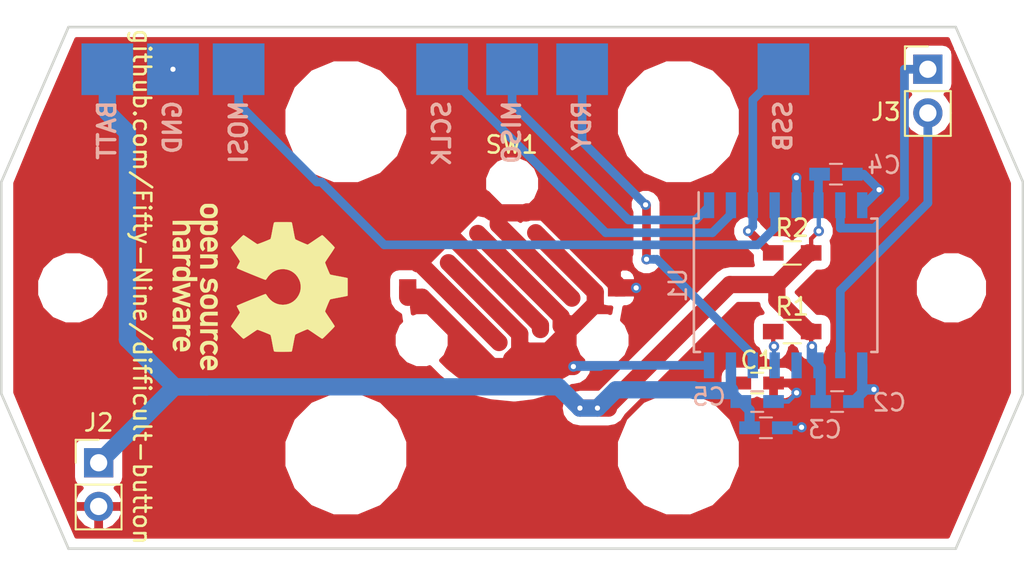
<source format=kicad_pcb>
(kicad_pcb (version 4) (host pcbnew 4.0.6)

  (general
    (links 31)
    (no_connects 1)
    (area 17.016514 15.4518 82.851486 57.6082)
    (thickness 1.6)
    (drawings 16)
    (tracks 169)
    (zones 0)
    (modules 25)
    (nets 12)
  )

  (page A4)
  (layers
    (0 F.Cu signal)
    (31 B.Cu signal)
    (32 B.Adhes user)
    (33 F.Adhes user)
    (34 B.Paste user)
    (35 F.Paste user)
    (36 B.SilkS user)
    (37 F.SilkS user)
    (38 B.Mask user)
    (39 F.Mask user)
    (40 Dwgs.User user hide)
    (41 Cmts.User user hide)
    (42 Eco1.User user)
    (43 Eco2.User user)
    (44 Edge.Cuts user)
    (45 Margin user)
    (46 B.CrtYd user)
    (47 F.CrtYd user hide)
    (48 B.Fab user)
    (49 F.Fab user hide)
  )

  (setup
    (last_trace_width 0.25)
    (trace_clearance 0.2032)
    (zone_clearance 0.508)
    (zone_45_only no)
    (trace_min 0.2)
    (segment_width 0.2)
    (edge_width 0.15)
    (via_size 0.6)
    (via_drill 0.3)
    (via_min_size 0.4)
    (via_min_drill 0.3)
    (uvia_size 0.3)
    (uvia_drill 0.1)
    (uvias_allowed no)
    (uvia_min_size 0.2)
    (uvia_min_drill 0.1)
    (pcb_text_width 0.3)
    (pcb_text_size 1.5 1.5)
    (mod_edge_width 0.15)
    (mod_text_size 1 1)
    (mod_text_width 0.15)
    (pad_size 1.524 1.524)
    (pad_drill 0.762)
    (pad_to_mask_clearance 0.2)
    (aux_axis_origin 21.3 19.2)
    (visible_elements 7FFFFFFF)
    (pcbplotparams
      (layerselection 0x010f0_80000001)
      (usegerberextensions true)
      (excludeedgelayer true)
      (linewidth 0.100000)
      (plotframeref false)
      (viasonmask false)
      (mode 1)
      (useauxorigin false)
      (hpglpennumber 1)
      (hpglpenspeed 20)
      (hpglpendiameter 15)
      (hpglpenoverlay 2)
      (psnegative false)
      (psa4output false)
      (plotreference true)
      (plotvalue false)
      (plotinvisibletext false)
      (padsonsilk false)
      (subtractmaskfromsilk true)
      (outputformat 1)
      (mirror false)
      (drillshape 0)
      (scaleselection 1)
      (outputdirectory gerbers/))
  )

  (net 0 "")
  (net 1 SSB)
  (net 2 GND)
  (net 3 "Net-(J3-Pad1)")
  (net 4 "Net-(R1-Pad1)")
  (net 5 "Net-(SW1-Pad2)")
  (net 6 "Net-(J3-Pad2)")
  (net 7 +BATT)
  (net 8 "Net-(J4-Pad1)")
  (net 9 "Net-(J5-Pad1)")
  (net 10 "Net-(J6-Pad1)")
  (net 11 "Net-(J7-Pad1)")

  (net_class Default "This is the default net class."
    (clearance 0.2032)
    (trace_width 0.25)
    (via_dia 0.6)
    (via_drill 0.3)
    (uvia_dia 0.3)
    (uvia_drill 0.1)
    (add_net +BATT)
    (add_net GND)
    (add_net "Net-(J3-Pad1)")
    (add_net "Net-(J3-Pad2)")
    (add_net "Net-(J4-Pad1)")
    (add_net "Net-(J5-Pad1)")
    (add_net "Net-(J6-Pad1)")
    (add_net "Net-(J7-Pad1)")
    (add_net "Net-(R1-Pad1)")
    (add_net "Net-(SW1-Pad2)")
    (add_net SSB)
  )

  (module dome_btn:DOME_BTN (layer F.Cu) (tedit 59829367) (tstamp 598294AB)
    (at 49.934 33.08)
    (path /5982A2DF)
    (fp_text reference SW1 (at -0.023 -8.315) (layer F.SilkS)
      (effects (font (size 1 1) (thickness 0.15)))
    )
    (fp_text value SW_Push (at -0.01 9.13) (layer F.Fab)
      (effects (font (size 1 1) (thickness 0.15)))
    )
    (fp_circle (center 0 0) (end 6.06 0) (layer F.Mask) (width 0.15))
    (pad "" np_thru_hole circle (at 0 -6.06) (size 2 2) (drill 2) (layers *.Cu *.Mask))
    (pad "" np_thru_hole circle (at 5.25 3.04) (size 2 2) (drill 2) (layers *.Cu *.Mask))
    (pad "" np_thru_hole circle (at -5.25 3.04) (size 2 2) (drill 2) (layers *.Cu *.Mask))
    (pad 1 smd rect (at 6.06 0) (size 1 1) (layers F.Cu F.Paste F.Mask)
      (net 2 GND))
    (pad 2 smd rect (at -6.06 0) (size 1 1) (layers F.Cu F.Paste F.Mask)
      (net 5 "Net-(SW1-Pad2)"))
  )

  (module Mounting_Holes:MountingHole_3mm (layer F.Cu) (tedit 5982B50D) (tstamp 5982A279)
    (at 75.434 33.08)
    (descr "Mounting Hole 3mm, no annular")
    (tags "mounting hole 3mm no annular")
    (fp_text reference REF** (at 0 -4) (layer F.SilkS) hide
      (effects (font (size 1 1) (thickness 0.15)))
    )
    (fp_text value MountingHole_3mm (at 0 4) (layer F.Fab)
      (effects (font (size 1 1) (thickness 0.15)))
    )
    (fp_circle (center 0 0) (end 3 0) (layer Cmts.User) (width 0.15))
    (fp_circle (center 0 0) (end 3.25 0) (layer F.CrtYd) (width 0.05))
    (pad 1 np_thru_hole circle (at 0 0) (size 3 3) (drill 3) (layers *.Cu *.Mask))
  )

  (module Mounting_Holes:MountingHole_6mm (layer F.Cu) (tedit 5982B519) (tstamp 59829E3C)
    (at 40.284 42.73)
    (descr "Mounting Hole 6mm, no annular")
    (tags "mounting hole 6mm no annular")
    (fp_text reference REF** (at 7.55 13.8) (layer F.SilkS) hide
      (effects (font (size 1 1) (thickness 0.15)))
    )
    (fp_text value MountingHole_6mm (at 0 7) (layer F.Fab)
      (effects (font (size 1 1) (thickness 0.15)))
    )
    (fp_circle (center 0 0) (end 6 0) (layer Cmts.User) (width 0.15))
    (fp_circle (center 0 0) (end 6.25 0) (layer F.CrtYd) (width 0.05))
    (pad 1 np_thru_hole circle (at 0 0) (size 6 6) (drill 6) (layers *.Cu *.Mask))
  )

  (module Mounting_Holes:MountingHole_6mm (layer F.Cu) (tedit 5982B521) (tstamp 59829E38)
    (at 59.584 42.73)
    (descr "Mounting Hole 6mm, no annular")
    (tags "mounting hole 6mm no annular")
    (fp_text reference REF** (at 0.45 9.15) (layer F.SilkS) hide
      (effects (font (size 1 1) (thickness 0.15)))
    )
    (fp_text value MountingHole_6mm (at 0 7) (layer F.Fab)
      (effects (font (size 1 1) (thickness 0.15)))
    )
    (fp_circle (center 0 0) (end 6 0) (layer Cmts.User) (width 0.15))
    (fp_circle (center 0 0) (end 6.25 0) (layer F.CrtYd) (width 0.05))
    (pad 1 np_thru_hole circle (at 0 0) (size 6 6) (drill 6) (layers *.Cu *.Mask))
  )

  (module Mounting_Holes:MountingHole_6mm (layer F.Cu) (tedit 5982B531) (tstamp 59829E34)
    (at 40.284 23.43)
    (descr "Mounting Hole 6mm, no annular")
    (tags "mounting hole 6mm no annular")
    (fp_text reference REF** (at 0 -7) (layer F.SilkS) hide
      (effects (font (size 1 1) (thickness 0.15)))
    )
    (fp_text value MountingHole_6mm (at 0 7) (layer F.Fab)
      (effects (font (size 1 1) (thickness 0.15)))
    )
    (fp_circle (center 0 0) (end 6 0) (layer Cmts.User) (width 0.15))
    (fp_circle (center 0 0) (end 6.25 0) (layer F.CrtYd) (width 0.05))
    (pad 1 np_thru_hole circle (at 0 0) (size 6 6) (drill 6) (layers *.Cu *.Mask))
  )

  (module Mounting_Holes:MountingHole_6mm (layer F.Cu) (tedit 5982B529) (tstamp 59829DD3)
    (at 59.584 23.43)
    (descr "Mounting Hole 6mm, no annular")
    (tags "mounting hole 6mm no annular")
    (fp_text reference REF** (at 0 -7) (layer F.SilkS) hide
      (effects (font (size 1 1) (thickness 0.15)))
    )
    (fp_text value MountingHole_6mm (at 0 7) (layer F.Fab)
      (effects (font (size 1 1) (thickness 0.15)))
    )
    (fp_circle (center 0 0) (end 6 0) (layer Cmts.User) (width 0.15))
    (fp_circle (center 0 0) (end 6.25 0) (layer F.CrtYd) (width 0.05))
    (pad 1 np_thru_hole circle (at 0 0) (size 6 6) (drill 6) (layers *.Cu *.Mask))
  )

  (module Capacitors_SMD:C_0603_HandSoldering (layer F.Cu) (tedit 58AA848B) (tstamp 5982946A)
    (at 64.158 38.608)
    (descr "Capacitor SMD 0603, hand soldering")
    (tags "capacitor 0603")
    (path /5982BBEA)
    (attr smd)
    (fp_text reference C1 (at 0 -1.33) (layer F.SilkS)
      (effects (font (size 1 1) (thickness 0.15)))
    )
    (fp_text value 47u (at 0 1.5) (layer F.Fab)
      (effects (font (size 1 1) (thickness 0.15)))
    )
    (fp_text user %R (at 0 -1.25) (layer F.Fab)
      (effects (font (size 1 1) (thickness 0.15)))
    )
    (fp_line (start -0.8 0.4) (end -0.8 -0.4) (layer F.Fab) (width 0.1))
    (fp_line (start 0.8 0.4) (end -0.8 0.4) (layer F.Fab) (width 0.1))
    (fp_line (start 0.8 -0.4) (end 0.8 0.4) (layer F.Fab) (width 0.1))
    (fp_line (start -0.8 -0.4) (end 0.8 -0.4) (layer F.Fab) (width 0.1))
    (fp_line (start -0.35 -0.6) (end 0.35 -0.6) (layer F.SilkS) (width 0.12))
    (fp_line (start 0.35 0.6) (end -0.35 0.6) (layer F.SilkS) (width 0.12))
    (fp_line (start -1.8 -0.65) (end 1.8 -0.65) (layer F.CrtYd) (width 0.05))
    (fp_line (start -1.8 -0.65) (end -1.8 0.65) (layer F.CrtYd) (width 0.05))
    (fp_line (start 1.8 0.65) (end 1.8 -0.65) (layer F.CrtYd) (width 0.05))
    (fp_line (start 1.8 0.65) (end -1.8 0.65) (layer F.CrtYd) (width 0.05))
    (pad 1 smd rect (at -0.95 0) (size 1.2 0.75) (layers F.Cu F.Paste F.Mask)
      (net 7 +BATT))
    (pad 2 smd rect (at 0.95 0) (size 1.2 0.75) (layers F.Cu F.Paste F.Mask)
      (net 2 GND))
    (model Capacitors_SMD.3dshapes/C_0603.wrl
      (at (xyz 0 0 0))
      (scale (xyz 1 1 1))
      (rotate (xyz 0 0 0))
    )
  )

  (module Capacitors_SMD:C_0603_HandSoldering (layer B.Cu) (tedit 58AA848B) (tstamp 59829470)
    (at 68.796 39.684)
    (descr "Capacitor SMD 0603, hand soldering")
    (tags "capacitor 0603")
    (path /5982AE5A)
    (attr smd)
    (fp_text reference C2 (at 3.033 0.06) (layer B.SilkS)
      (effects (font (size 1 1) (thickness 0.15)) (justify mirror))
    )
    (fp_text value 47u (at 0 -1.5) (layer B.Fab)
      (effects (font (size 1 1) (thickness 0.15)) (justify mirror))
    )
    (fp_text user %R (at 3.033 0.06) (layer B.Fab)
      (effects (font (size 1 1) (thickness 0.15)) (justify mirror))
    )
    (fp_line (start -0.8 -0.4) (end -0.8 0.4) (layer B.Fab) (width 0.1))
    (fp_line (start 0.8 -0.4) (end -0.8 -0.4) (layer B.Fab) (width 0.1))
    (fp_line (start 0.8 0.4) (end 0.8 -0.4) (layer B.Fab) (width 0.1))
    (fp_line (start -0.8 0.4) (end 0.8 0.4) (layer B.Fab) (width 0.1))
    (fp_line (start -0.35 0.6) (end 0.35 0.6) (layer B.SilkS) (width 0.12))
    (fp_line (start 0.35 -0.6) (end -0.35 -0.6) (layer B.SilkS) (width 0.12))
    (fp_line (start -1.8 0.65) (end 1.8 0.65) (layer B.CrtYd) (width 0.05))
    (fp_line (start -1.8 0.65) (end -1.8 -0.65) (layer B.CrtYd) (width 0.05))
    (fp_line (start 1.8 -0.65) (end 1.8 0.65) (layer B.CrtYd) (width 0.05))
    (fp_line (start 1.8 -0.65) (end -1.8 -0.65) (layer B.CrtYd) (width 0.05))
    (pad 1 smd rect (at -0.95 0) (size 1.2 0.75) (layers B.Cu B.Paste B.Mask)
      (net 7 +BATT))
    (pad 2 smd rect (at 0.95 0) (size 1.2 0.75) (layers B.Cu B.Paste B.Mask)
      (net 2 GND))
    (model Capacitors_SMD.3dshapes/C_0603.wrl
      (at (xyz 0 0 0))
      (scale (xyz 1 1 1))
      (rotate (xyz 0 0 0))
    )
  )

  (module Capacitors_SMD:C_0603_HandSoldering (layer B.Cu) (tedit 58AA848B) (tstamp 59829476)
    (at 64.666 41.208)
    (descr "Capacitor SMD 0603, hand soldering")
    (tags "capacitor 0603")
    (path /5982BC46)
    (attr smd)
    (fp_text reference C3 (at 3.429 0.107) (layer B.SilkS)
      (effects (font (size 1 1) (thickness 0.15)) (justify mirror))
    )
    (fp_text value 10n (at 0 -1.5) (layer B.Fab)
      (effects (font (size 1 1) (thickness 0.15)) (justify mirror))
    )
    (fp_text user %R (at 3.429 0.107) (layer B.Fab)
      (effects (font (size 1 1) (thickness 0.15)) (justify mirror))
    )
    (fp_line (start -0.8 -0.4) (end -0.8 0.4) (layer B.Fab) (width 0.1))
    (fp_line (start 0.8 -0.4) (end -0.8 -0.4) (layer B.Fab) (width 0.1))
    (fp_line (start 0.8 0.4) (end 0.8 -0.4) (layer B.Fab) (width 0.1))
    (fp_line (start -0.8 0.4) (end 0.8 0.4) (layer B.Fab) (width 0.1))
    (fp_line (start -0.35 0.6) (end 0.35 0.6) (layer B.SilkS) (width 0.12))
    (fp_line (start 0.35 -0.6) (end -0.35 -0.6) (layer B.SilkS) (width 0.12))
    (fp_line (start -1.8 0.65) (end 1.8 0.65) (layer B.CrtYd) (width 0.05))
    (fp_line (start -1.8 0.65) (end -1.8 -0.65) (layer B.CrtYd) (width 0.05))
    (fp_line (start 1.8 -0.65) (end 1.8 0.65) (layer B.CrtYd) (width 0.05))
    (fp_line (start 1.8 -0.65) (end -1.8 -0.65) (layer B.CrtYd) (width 0.05))
    (pad 1 smd rect (at -0.95 0) (size 1.2 0.75) (layers B.Cu B.Paste B.Mask)
      (net 7 +BATT))
    (pad 2 smd rect (at 0.95 0) (size 1.2 0.75) (layers B.Cu B.Paste B.Mask)
      (net 2 GND))
    (model Capacitors_SMD.3dshapes/C_0603.wrl
      (at (xyz 0 0 0))
      (scale (xyz 1 1 1))
      (rotate (xyz 0 0 0))
    )
  )

  (module Capacitors_SMD:C_0603_HandSoldering (layer B.Cu) (tedit 58AA848B) (tstamp 5982947C)
    (at 68.73 26.476)
    (descr "Capacitor SMD 0603, hand soldering")
    (tags "capacitor 0603")
    (path /5982AFE0)
    (attr smd)
    (fp_text reference C4 (at 2.794 -0.528) (layer B.SilkS)
      (effects (font (size 1 1) (thickness 0.15)) (justify mirror))
    )
    (fp_text value 100n (at 0 -1.5) (layer B.Fab)
      (effects (font (size 1 1) (thickness 0.15)) (justify mirror))
    )
    (fp_text user %R (at 2.794 -0.528) (layer B.Fab)
      (effects (font (size 1 1) (thickness 0.15)) (justify mirror))
    )
    (fp_line (start -0.8 -0.4) (end -0.8 0.4) (layer B.Fab) (width 0.1))
    (fp_line (start 0.8 -0.4) (end -0.8 -0.4) (layer B.Fab) (width 0.1))
    (fp_line (start 0.8 0.4) (end 0.8 -0.4) (layer B.Fab) (width 0.1))
    (fp_line (start -0.8 0.4) (end 0.8 0.4) (layer B.Fab) (width 0.1))
    (fp_line (start -0.35 0.6) (end 0.35 0.6) (layer B.SilkS) (width 0.12))
    (fp_line (start 0.35 -0.6) (end -0.35 -0.6) (layer B.SilkS) (width 0.12))
    (fp_line (start -1.8 0.65) (end 1.8 0.65) (layer B.CrtYd) (width 0.05))
    (fp_line (start -1.8 0.65) (end -1.8 -0.65) (layer B.CrtYd) (width 0.05))
    (fp_line (start 1.8 -0.65) (end 1.8 0.65) (layer B.CrtYd) (width 0.05))
    (fp_line (start 1.8 -0.65) (end -1.8 -0.65) (layer B.CrtYd) (width 0.05))
    (pad 1 smd rect (at -0.95 0) (size 1.2 0.75) (layers B.Cu B.Paste B.Mask)
      (net 7 +BATT))
    (pad 2 smd rect (at 0.95 0) (size 1.2 0.75) (layers B.Cu B.Paste B.Mask)
      (net 2 GND))
    (model Capacitors_SMD.3dshapes/C_0603.wrl
      (at (xyz 0 0 0))
      (scale (xyz 1 1 1))
      (rotate (xyz 0 0 0))
    )
  )

  (module Capacitors_SMD:C_0603_HandSoldering (layer B.Cu) (tedit 58AA848B) (tstamp 59829482)
    (at 64.158 39.684)
    (descr "Capacitor SMD 0603, hand soldering")
    (tags "capacitor 0603")
    (path /5982BCB6)
    (attr smd)
    (fp_text reference C5 (at -2.794 -0.274) (layer B.SilkS)
      (effects (font (size 1 1) (thickness 0.15)) (justify mirror))
    )
    (fp_text value 1n (at 0 -1.5) (layer B.Fab)
      (effects (font (size 1 1) (thickness 0.15)) (justify mirror))
    )
    (fp_text user %R (at -2.794 -0.274) (layer B.Fab)
      (effects (font (size 1 1) (thickness 0.15)) (justify mirror))
    )
    (fp_line (start -0.8 -0.4) (end -0.8 0.4) (layer B.Fab) (width 0.1))
    (fp_line (start 0.8 -0.4) (end -0.8 -0.4) (layer B.Fab) (width 0.1))
    (fp_line (start 0.8 0.4) (end 0.8 -0.4) (layer B.Fab) (width 0.1))
    (fp_line (start -0.8 0.4) (end 0.8 0.4) (layer B.Fab) (width 0.1))
    (fp_line (start -0.35 0.6) (end 0.35 0.6) (layer B.SilkS) (width 0.12))
    (fp_line (start 0.35 -0.6) (end -0.35 -0.6) (layer B.SilkS) (width 0.12))
    (fp_line (start -1.8 0.65) (end 1.8 0.65) (layer B.CrtYd) (width 0.05))
    (fp_line (start -1.8 0.65) (end -1.8 -0.65) (layer B.CrtYd) (width 0.05))
    (fp_line (start 1.8 -0.65) (end 1.8 0.65) (layer B.CrtYd) (width 0.05))
    (fp_line (start 1.8 -0.65) (end -1.8 -0.65) (layer B.CrtYd) (width 0.05))
    (pad 1 smd rect (at -0.95 0) (size 1.2 0.75) (layers B.Cu B.Paste B.Mask)
      (net 7 +BATT))
    (pad 2 smd rect (at 0.95 0) (size 1.2 0.75) (layers B.Cu B.Paste B.Mask)
      (net 2 GND))
    (model Capacitors_SMD.3dshapes/C_0603.wrl
      (at (xyz 0 0 0))
      (scale (xyz 1 1 1))
      (rotate (xyz 0 0 0))
    )
  )

  (module Resistors_SMD:R_0603_HandSoldering (layer F.Cu) (tedit 58E0A804) (tstamp 5982949B)
    (at 66.19 35.62)
    (descr "Resistor SMD 0603, hand soldering")
    (tags "resistor 0603")
    (path /5982A863)
    (attr smd)
    (fp_text reference R1 (at 0 -1.45) (layer F.SilkS)
      (effects (font (size 1 1) (thickness 0.15)))
    )
    (fp_text value 10k (at 0 1.55) (layer F.Fab)
      (effects (font (size 1 1) (thickness 0.15)))
    )
    (fp_text user %R (at 0 0) (layer F.Fab)
      (effects (font (size 0.4 0.4) (thickness 0.075)))
    )
    (fp_line (start -0.8 0.4) (end -0.8 -0.4) (layer F.Fab) (width 0.1))
    (fp_line (start 0.8 0.4) (end -0.8 0.4) (layer F.Fab) (width 0.1))
    (fp_line (start 0.8 -0.4) (end 0.8 0.4) (layer F.Fab) (width 0.1))
    (fp_line (start -0.8 -0.4) (end 0.8 -0.4) (layer F.Fab) (width 0.1))
    (fp_line (start 0.5 0.68) (end -0.5 0.68) (layer F.SilkS) (width 0.12))
    (fp_line (start -0.5 -0.68) (end 0.5 -0.68) (layer F.SilkS) (width 0.12))
    (fp_line (start -1.96 -0.7) (end 1.95 -0.7) (layer F.CrtYd) (width 0.05))
    (fp_line (start -1.96 -0.7) (end -1.96 0.7) (layer F.CrtYd) (width 0.05))
    (fp_line (start 1.95 0.7) (end 1.95 -0.7) (layer F.CrtYd) (width 0.05))
    (fp_line (start 1.95 0.7) (end -1.96 0.7) (layer F.CrtYd) (width 0.05))
    (pad 1 smd rect (at -1.1 0) (size 1.2 0.9) (layers F.Cu F.Paste F.Mask)
      (net 4 "Net-(R1-Pad1)"))
    (pad 2 smd rect (at 1.1 0) (size 1.2 0.9) (layers F.Cu F.Paste F.Mask)
      (net 7 +BATT))
    (model ${KISYS3DMOD}/Resistors_SMD.3dshapes/R_0603.wrl
      (at (xyz 0 0 0))
      (scale (xyz 1 1 1))
      (rotate (xyz 0 0 0))
    )
  )

  (module Resistors_SMD:R_0603_HandSoldering (layer F.Cu) (tedit 58E0A804) (tstamp 598294A1)
    (at 66.19 31.048)
    (descr "Resistor SMD 0603, hand soldering")
    (tags "resistor 0603")
    (path /5982A9C4)
    (attr smd)
    (fp_text reference R2 (at 0 -1.45) (layer F.SilkS)
      (effects (font (size 1 1) (thickness 0.15)))
    )
    (fp_text value 10k (at 0 1.55) (layer F.Fab)
      (effects (font (size 1 1) (thickness 0.15)))
    )
    (fp_text user %R (at 0 0) (layer F.Fab)
      (effects (font (size 0.4 0.4) (thickness 0.075)))
    )
    (fp_line (start -0.8 0.4) (end -0.8 -0.4) (layer F.Fab) (width 0.1))
    (fp_line (start 0.8 0.4) (end -0.8 0.4) (layer F.Fab) (width 0.1))
    (fp_line (start 0.8 -0.4) (end 0.8 0.4) (layer F.Fab) (width 0.1))
    (fp_line (start -0.8 -0.4) (end 0.8 -0.4) (layer F.Fab) (width 0.1))
    (fp_line (start 0.5 0.68) (end -0.5 0.68) (layer F.SilkS) (width 0.12))
    (fp_line (start -0.5 -0.68) (end 0.5 -0.68) (layer F.SilkS) (width 0.12))
    (fp_line (start -1.96 -0.7) (end 1.95 -0.7) (layer F.CrtYd) (width 0.05))
    (fp_line (start -1.96 -0.7) (end -1.96 0.7) (layer F.CrtYd) (width 0.05))
    (fp_line (start 1.95 0.7) (end 1.95 -0.7) (layer F.CrtYd) (width 0.05))
    (fp_line (start 1.95 0.7) (end -1.96 0.7) (layer F.CrtYd) (width 0.05))
    (pad 1 smd rect (at -1.1 0) (size 1.2 0.9) (layers F.Cu F.Paste F.Mask)
      (net 1 SSB))
    (pad 2 smd rect (at 1.1 0) (size 1.2 0.9) (layers F.Cu F.Paste F.Mask)
      (net 7 +BATT))
    (model ${KISYS3DMOD}/Resistors_SMD.3dshapes/R_0603.wrl
      (at (xyz 0 0 0))
      (scale (xyz 1 1 1))
      (rotate (xyz 0 0 0))
    )
  )

  (module Housings_SOIC:SOIC-16W_7.5x10.3mm_Pitch1.27mm (layer B.Cu) (tedit 58CC8F64) (tstamp 598294BF)
    (at 65.809 32.93 270)
    (descr "16-Lead Plastic Small Outline (SO) - Wide, 7.50 mm Body [SOIC] (see Microchip Packaging Specification 00000049BS.pdf)")
    (tags "SOIC 1.27")
    (path /59829C6D)
    (attr smd)
    (fp_text reference U1 (at 0 6.25 270) (layer B.SilkS)
      (effects (font (size 1 1) (thickness 0.15)) (justify mirror))
    )
    (fp_text value ISD2360 (at 0 -6.25 270) (layer B.Fab)
      (effects (font (size 1 1) (thickness 0.15)) (justify mirror))
    )
    (fp_text user %R (at 0 0 270) (layer B.Fab)
      (effects (font (size 1 1) (thickness 0.15)) (justify mirror))
    )
    (fp_line (start -2.75 5.15) (end 3.75 5.15) (layer B.Fab) (width 0.15))
    (fp_line (start 3.75 5.15) (end 3.75 -5.15) (layer B.Fab) (width 0.15))
    (fp_line (start 3.75 -5.15) (end -3.75 -5.15) (layer B.Fab) (width 0.15))
    (fp_line (start -3.75 -5.15) (end -3.75 4.15) (layer B.Fab) (width 0.15))
    (fp_line (start -3.75 4.15) (end -2.75 5.15) (layer B.Fab) (width 0.15))
    (fp_line (start -5.65 5.5) (end -5.65 -5.5) (layer B.CrtYd) (width 0.05))
    (fp_line (start 5.65 5.5) (end 5.65 -5.5) (layer B.CrtYd) (width 0.05))
    (fp_line (start -5.65 5.5) (end 5.65 5.5) (layer B.CrtYd) (width 0.05))
    (fp_line (start -5.65 -5.5) (end 5.65 -5.5) (layer B.CrtYd) (width 0.05))
    (fp_line (start -3.875 5.325) (end -3.875 5.05) (layer B.SilkS) (width 0.15))
    (fp_line (start 3.875 5.325) (end 3.875 4.97) (layer B.SilkS) (width 0.15))
    (fp_line (start 3.875 -5.325) (end 3.875 -4.97) (layer B.SilkS) (width 0.15))
    (fp_line (start -3.875 -5.325) (end -3.875 -4.97) (layer B.SilkS) (width 0.15))
    (fp_line (start -3.875 5.325) (end 3.875 5.325) (layer B.SilkS) (width 0.15))
    (fp_line (start -3.875 -5.325) (end 3.875 -5.325) (layer B.SilkS) (width 0.15))
    (fp_line (start -3.875 5.05) (end -5.4 5.05) (layer B.SilkS) (width 0.15))
    (pad 1 smd rect (at -4.65 4.445 270) (size 1.5 0.6) (layers B.Cu B.Paste B.Mask)
      (net 9 "Net-(J5-Pad1)"))
    (pad 2 smd rect (at -4.65 3.175 270) (size 1.5 0.6) (layers B.Cu B.Paste B.Mask)
      (net 10 "Net-(J6-Pad1)"))
    (pad 3 smd rect (at -4.65 1.905 270) (size 1.5 0.6) (layers B.Cu B.Paste B.Mask)
      (net 1 SSB))
    (pad 4 smd rect (at -4.65 0.635 270) (size 1.5 0.6) (layers B.Cu B.Paste B.Mask)
      (net 11 "Net-(J7-Pad1)"))
    (pad 5 smd rect (at -4.65 -0.635 270) (size 1.5 0.6) (layers B.Cu B.Paste B.Mask)
      (net 2 GND))
    (pad 6 smd rect (at -4.65 -1.905 270) (size 1.5 0.6) (layers B.Cu B.Paste B.Mask)
      (net 7 +BATT))
    (pad 7 smd rect (at -4.65 -3.175 270) (size 1.5 0.6) (layers B.Cu B.Paste B.Mask)
      (net 3 "Net-(J3-Pad1)"))
    (pad 8 smd rect (at -4.65 -4.445 270) (size 1.5 0.6) (layers B.Cu B.Paste B.Mask)
      (net 2 GND))
    (pad 9 smd rect (at 4.65 -4.445 270) (size 1.5 0.6) (layers B.Cu B.Paste B.Mask)
      (net 2 GND))
    (pad 10 smd rect (at 4.65 -3.175 270) (size 1.5 0.6) (layers B.Cu B.Paste B.Mask)
      (net 6 "Net-(J3-Pad2)"))
    (pad 11 smd rect (at 4.65 -1.905 270) (size 1.5 0.6) (layers B.Cu B.Paste B.Mask)
      (net 7 +BATT))
    (pad 12 smd rect (at 4.65 -0.635 270) (size 1.5 0.6) (layers B.Cu B.Paste B.Mask))
    (pad 13 smd rect (at 4.65 0.635 270) (size 1.5 0.6) (layers B.Cu B.Paste B.Mask)
      (net 4 "Net-(R1-Pad1)"))
    (pad 14 smd rect (at 4.65 1.905 270) (size 1.5 0.6) (layers B.Cu B.Paste B.Mask)
      (net 8 "Net-(J4-Pad1)"))
    (pad 15 smd rect (at 4.65 3.175 270) (size 1.5 0.6) (layers B.Cu B.Paste B.Mask)
      (net 7 +BATT))
    (pad 16 smd rect (at 4.65 4.445 270) (size 1.5 0.6) (layers B.Cu B.Paste B.Mask)
      (net 5 "Net-(SW1-Pad2)"))
    (model ${KISYS3DMOD}/Housings_SOIC.3dshapes/SOIC-16W_7.5x10.3mm_Pitch1.27mm.wrl
      (at (xyz 0 0 0))
      (scale (xyz 1 1 1))
      (rotate (xyz 0 0 0))
    )
  )

  (module Pin_Headers:Pin_Header_Straight_1x02_Pitch2.54mm (layer F.Cu) (tedit 59650532) (tstamp 59829F6E)
    (at 25.934 43.24)
    (descr "Through hole straight pin header, 1x02, 2.54mm pitch, single row")
    (tags "Through hole pin header THT 1x02 2.54mm single row")
    (path /5982B5A2)
    (fp_text reference J2 (at 0 -2.33) (layer F.SilkS)
      (effects (font (size 1 1) (thickness 0.15)))
    )
    (fp_text value CONN_01X02 (at 0 4.87) (layer F.Fab)
      (effects (font (size 1 1) (thickness 0.15)))
    )
    (fp_line (start -0.635 -1.27) (end 1.27 -1.27) (layer F.Fab) (width 0.1))
    (fp_line (start 1.27 -1.27) (end 1.27 3.81) (layer F.Fab) (width 0.1))
    (fp_line (start 1.27 3.81) (end -1.27 3.81) (layer F.Fab) (width 0.1))
    (fp_line (start -1.27 3.81) (end -1.27 -0.635) (layer F.Fab) (width 0.1))
    (fp_line (start -1.27 -0.635) (end -0.635 -1.27) (layer F.Fab) (width 0.1))
    (fp_line (start -1.33 3.87) (end 1.33 3.87) (layer F.SilkS) (width 0.12))
    (fp_line (start -1.33 1.27) (end -1.33 3.87) (layer F.SilkS) (width 0.12))
    (fp_line (start 1.33 1.27) (end 1.33 3.87) (layer F.SilkS) (width 0.12))
    (fp_line (start -1.33 1.27) (end 1.33 1.27) (layer F.SilkS) (width 0.12))
    (fp_line (start -1.33 0) (end -1.33 -1.33) (layer F.SilkS) (width 0.12))
    (fp_line (start -1.33 -1.33) (end 0 -1.33) (layer F.SilkS) (width 0.12))
    (fp_line (start -1.8 -1.8) (end -1.8 4.35) (layer F.CrtYd) (width 0.05))
    (fp_line (start -1.8 4.35) (end 1.8 4.35) (layer F.CrtYd) (width 0.05))
    (fp_line (start 1.8 4.35) (end 1.8 -1.8) (layer F.CrtYd) (width 0.05))
    (fp_line (start 1.8 -1.8) (end -1.8 -1.8) (layer F.CrtYd) (width 0.05))
    (fp_text user %R (at 0 1.27 90) (layer F.Fab)
      (effects (font (size 1 1) (thickness 0.15)))
    )
    (pad 1 thru_hole rect (at 0 0) (size 1.7 1.7) (drill 1) (layers *.Cu *.Mask)
      (net 7 +BATT))
    (pad 2 thru_hole oval (at 0 2.54) (size 1.7 1.7) (drill 1) (layers *.Cu *.Mask)
      (net 2 GND))
  )

  (module Pin_Headers:Pin_Header_Straight_1x02_Pitch2.54mm (layer F.Cu) (tedit 59650532) (tstamp 59829F73)
    (at 74.064 20.38)
    (descr "Through hole straight pin header, 1x02, 2.54mm pitch, single row")
    (tags "Through hole pin header THT 1x02 2.54mm single row")
    (path /5982B1E4)
    (fp_text reference J3 (at -2.436 2.48) (layer F.SilkS)
      (effects (font (size 1 1) (thickness 0.15)))
    )
    (fp_text value CONN_01X02 (at 0 4.87) (layer F.Fab)
      (effects (font (size 1 1) (thickness 0.15)))
    )
    (fp_line (start -0.635 -1.27) (end 1.27 -1.27) (layer F.Fab) (width 0.1))
    (fp_line (start 1.27 -1.27) (end 1.27 3.81) (layer F.Fab) (width 0.1))
    (fp_line (start 1.27 3.81) (end -1.27 3.81) (layer F.Fab) (width 0.1))
    (fp_line (start -1.27 3.81) (end -1.27 -0.635) (layer F.Fab) (width 0.1))
    (fp_line (start -1.27 -0.635) (end -0.635 -1.27) (layer F.Fab) (width 0.1))
    (fp_line (start -1.33 3.87) (end 1.33 3.87) (layer F.SilkS) (width 0.12))
    (fp_line (start -1.33 1.27) (end -1.33 3.87) (layer F.SilkS) (width 0.12))
    (fp_line (start 1.33 1.27) (end 1.33 3.87) (layer F.SilkS) (width 0.12))
    (fp_line (start -1.33 1.27) (end 1.33 1.27) (layer F.SilkS) (width 0.12))
    (fp_line (start -1.33 0) (end -1.33 -1.33) (layer F.SilkS) (width 0.12))
    (fp_line (start -1.33 -1.33) (end 0 -1.33) (layer F.SilkS) (width 0.12))
    (fp_line (start -1.8 -1.8) (end -1.8 4.35) (layer F.CrtYd) (width 0.05))
    (fp_line (start -1.8 4.35) (end 1.8 4.35) (layer F.CrtYd) (width 0.05))
    (fp_line (start 1.8 4.35) (end 1.8 -1.8) (layer F.CrtYd) (width 0.05))
    (fp_line (start 1.8 -1.8) (end -1.8 -1.8) (layer F.CrtYd) (width 0.05))
    (fp_text user %R (at 0 1.27 90) (layer F.Fab)
      (effects (font (size 1 1) (thickness 0.15)))
    )
    (pad 1 thru_hole rect (at 0 0) (size 1.7 1.7) (drill 1) (layers *.Cu *.Mask)
      (net 3 "Net-(J3-Pad1)"))
    (pad 2 thru_hole oval (at 0 2.54) (size 1.7 1.7) (drill 1) (layers *.Cu *.Mask)
      (net 6 "Net-(J3-Pad2)"))
  )

  (module Mounting_Holes:MountingHole_3mm (layer F.Cu) (tedit 5982B504) (tstamp 5982A25D)
    (at 24.434 33.08)
    (descr "Mounting Hole 3mm, no annular")
    (tags "mounting hole 3mm no annular")
    (fp_text reference REF** (at 0 -4) (layer F.SilkS) hide
      (effects (font (size 1 1) (thickness 0.15)))
    )
    (fp_text value MountingHole_3mm (at 0 4) (layer F.Fab)
      (effects (font (size 1 1) (thickness 0.15)))
    )
    (fp_circle (center 0 0) (end 3 0) (layer Cmts.User) (width 0.15))
    (fp_circle (center 0 0) (end 3.25 0) (layer F.CrtYd) (width 0.05))
    (pad 1 np_thru_hole circle (at 0 0) (size 3 3) (drill 3) (layers *.Cu *.Mask))
  )

  (module Measurement_Points:Measurement_Point_Square-SMD-Pad_Big (layer B.Cu) (tedit 5982BE20) (tstamp 5982A7CD)
    (at 65.682 20.38)
    (descr "Mesurement Point, Square, SMD Pad,  3mm x 3mm,")
    (tags "Mesurement Point Square SMD Pad 3x3mm")
    (path /5982E16A)
    (attr virtual)
    (fp_text reference J1 (at 0 3) (layer B.SilkS) hide
      (effects (font (size 1 1) (thickness 0.15)) (justify mirror))
    )
    (fp_text value SSB (at 0 -3) (layer B.Fab)
      (effects (font (size 1 1) (thickness 0.15)) (justify mirror))
    )
    (fp_line (start -1.75 1.75) (end 1.75 1.75) (layer B.CrtYd) (width 0.05))
    (fp_line (start 1.75 1.75) (end 1.75 -1.75) (layer B.CrtYd) (width 0.05))
    (fp_line (start 1.75 -1.75) (end -1.75 -1.75) (layer B.CrtYd) (width 0.05))
    (fp_line (start -1.75 -1.75) (end -1.75 1.75) (layer B.CrtYd) (width 0.05))
    (pad 1 smd rect (at 0 0) (size 3 3) (layers B.Cu B.Mask)
      (net 1 SSB))
  )

  (module Measurement_Points:Measurement_Point_Square-SMD-Pad_Big (layer B.Cu) (tedit 5982BE24) (tstamp 5982A7D1)
    (at 53.998 20.38)
    (descr "Mesurement Point, Square, SMD Pad,  3mm x 3mm,")
    (tags "Mesurement Point Square SMD Pad 3x3mm")
    (path /5982E2BE)
    (attr virtual)
    (fp_text reference J4 (at 0 3) (layer B.SilkS) hide
      (effects (font (size 1 1) (thickness 0.15)) (justify mirror))
    )
    (fp_text value RDY (at 0 -3) (layer B.Fab)
      (effects (font (size 1 1) (thickness 0.15)) (justify mirror))
    )
    (fp_line (start -1.75 1.75) (end 1.75 1.75) (layer B.CrtYd) (width 0.05))
    (fp_line (start 1.75 1.75) (end 1.75 -1.75) (layer B.CrtYd) (width 0.05))
    (fp_line (start 1.75 -1.75) (end -1.75 -1.75) (layer B.CrtYd) (width 0.05))
    (fp_line (start -1.75 -1.75) (end -1.75 1.75) (layer B.CrtYd) (width 0.05))
    (pad 1 smd rect (at 0 0) (size 3 3) (layers B.Cu B.Mask)
      (net 8 "Net-(J4-Pad1)"))
  )

  (module Measurement_Points:Measurement_Point_Square-SMD-Pad_Big (layer B.Cu) (tedit 5982BE28) (tstamp 5982A7D5)
    (at 49.934 20.38)
    (descr "Mesurement Point, Square, SMD Pad,  3mm x 3mm,")
    (tags "Mesurement Point Square SMD Pad 3x3mm")
    (path /5982E303)
    (attr virtual)
    (fp_text reference J5 (at 0 3) (layer B.SilkS) hide
      (effects (font (size 1 1) (thickness 0.15)) (justify mirror))
    )
    (fp_text value MISO (at 0 -3) (layer B.Fab)
      (effects (font (size 1 1) (thickness 0.15)) (justify mirror))
    )
    (fp_line (start -1.75 1.75) (end 1.75 1.75) (layer B.CrtYd) (width 0.05))
    (fp_line (start 1.75 1.75) (end 1.75 -1.75) (layer B.CrtYd) (width 0.05))
    (fp_line (start 1.75 -1.75) (end -1.75 -1.75) (layer B.CrtYd) (width 0.05))
    (fp_line (start -1.75 -1.75) (end -1.75 1.75) (layer B.CrtYd) (width 0.05))
    (pad 1 smd rect (at 0 0) (size 3 3) (layers B.Cu B.Mask)
      (net 9 "Net-(J5-Pad1)"))
  )

  (module Measurement_Points:Measurement_Point_Square-SMD-Pad_Big (layer B.Cu) (tedit 5982BE18) (tstamp 5982A7D9)
    (at 45.87 20.38)
    (descr "Mesurement Point, Square, SMD Pad,  3mm x 3mm,")
    (tags "Mesurement Point Square SMD Pad 3x3mm")
    (path /5982E343)
    (attr virtual)
    (fp_text reference J6 (at 0 3) (layer B.SilkS) hide
      (effects (font (size 1 1) (thickness 0.15)) (justify mirror))
    )
    (fp_text value SCLK (at 0 -3) (layer B.Fab)
      (effects (font (size 1 1) (thickness 0.15)) (justify mirror))
    )
    (fp_line (start -1.75 1.75) (end 1.75 1.75) (layer B.CrtYd) (width 0.05))
    (fp_line (start 1.75 1.75) (end 1.75 -1.75) (layer B.CrtYd) (width 0.05))
    (fp_line (start 1.75 -1.75) (end -1.75 -1.75) (layer B.CrtYd) (width 0.05))
    (fp_line (start -1.75 -1.75) (end -1.75 1.75) (layer B.CrtYd) (width 0.05))
    (pad 1 smd rect (at 0 0) (size 3 3) (layers B.Cu B.Mask)
      (net 10 "Net-(J6-Pad1)"))
  )

  (module Measurement_Points:Measurement_Point_Square-SMD-Pad_Big (layer B.Cu) (tedit 5982BE00) (tstamp 5982A7DD)
    (at 34.059 20.38)
    (descr "Mesurement Point, Square, SMD Pad,  3mm x 3mm,")
    (tags "Mesurement Point Square SMD Pad 3x3mm")
    (path /5982E392)
    (attr virtual)
    (fp_text reference J7 (at 0 3) (layer B.SilkS) hide
      (effects (font (size 1 1) (thickness 0.15)) (justify mirror))
    )
    (fp_text value MOSI (at 0 -3) (layer B.Fab)
      (effects (font (size 1 1) (thickness 0.15)) (justify mirror))
    )
    (fp_line (start -1.75 1.75) (end 1.75 1.75) (layer B.CrtYd) (width 0.05))
    (fp_line (start 1.75 1.75) (end 1.75 -1.75) (layer B.CrtYd) (width 0.05))
    (fp_line (start 1.75 -1.75) (end -1.75 -1.75) (layer B.CrtYd) (width 0.05))
    (fp_line (start -1.75 -1.75) (end -1.75 1.75) (layer B.CrtYd) (width 0.05))
    (pad 1 smd rect (at 0 0) (size 3 3) (layers B.Cu B.Mask)
      (net 11 "Net-(J7-Pad1)"))
  )

  (module Measurement_Points:Measurement_Point_Square-SMD-Pad_Big (layer B.Cu) (tedit 5982BE12) (tstamp 5982A7E1)
    (at 26.439 20.38 180)
    (descr "Mesurement Point, Square, SMD Pad,  3mm x 3mm,")
    (tags "Mesurement Point Square SMD Pad 3x3mm")
    (path /5982E3E2)
    (attr virtual)
    (fp_text reference J8 (at 0 -3.403565 180) (layer B.SilkS) hide
      (effects (font (size 1 1) (thickness 0.15)) (justify mirror))
    )
    (fp_text value BATT (at 0 3.175 180) (layer B.Fab)
      (effects (font (size 1 1) (thickness 0.15)) (justify mirror))
    )
    (fp_line (start -1.75 1.75) (end 1.75 1.75) (layer B.CrtYd) (width 0.05))
    (fp_line (start 1.75 1.75) (end 1.75 -1.75) (layer B.CrtYd) (width 0.05))
    (fp_line (start 1.75 -1.75) (end -1.75 -1.75) (layer B.CrtYd) (width 0.05))
    (fp_line (start -1.75 -1.75) (end -1.75 1.75) (layer B.CrtYd) (width 0.05))
    (pad 1 smd rect (at 0 0 180) (size 3 3) (layers B.Cu B.Mask)
      (net 7 +BATT))
  )

  (module Measurement_Points:Measurement_Point_Square-SMD-Pad_Big (layer B.Cu) (tedit 5982BE0B) (tstamp 5982A7E5)
    (at 30.249 20.38 180)
    (descr "Mesurement Point, Square, SMD Pad,  3mm x 3mm,")
    (tags "Mesurement Point Square SMD Pad 3x3mm")
    (path /5982E42F)
    (attr virtual)
    (fp_text reference J9 (at 0 -3.403565 180) (layer B.SilkS) hide
      (effects (font (size 1 1) (thickness 0.15)) (justify mirror))
    )
    (fp_text value GND (at 0 3.175 180) (layer B.Fab)
      (effects (font (size 1 1) (thickness 0.15)) (justify mirror))
    )
    (fp_line (start -1.75 1.75) (end 1.75 1.75) (layer B.CrtYd) (width 0.05))
    (fp_line (start 1.75 1.75) (end 1.75 -1.75) (layer B.CrtYd) (width 0.05))
    (fp_line (start 1.75 -1.75) (end -1.75 -1.75) (layer B.CrtYd) (width 0.05))
    (fp_line (start -1.75 -1.75) (end -1.75 1.75) (layer B.CrtYd) (width 0.05))
    (pad 1 smd rect (at 0 0 180) (size 3 3) (layers B.Cu B.Mask)
      (net 2 GND))
  )

  (module dome_btn:oshw (layer F.Cu) (tedit 0) (tstamp 5982BD9F)
    (at 35.306 33.02 270)
    (fp_text reference G*** (at 0 0 270) (layer F.SilkS) hide
      (effects (font (thickness 0.3)))
    )
    (fp_text value LOGO (at 0.75 0 270) (layer F.SilkS) hide
      (effects (font (thickness 0.3)))
    )
    (fp_poly (pts (xy -3.247962 2.471678) (xy -3.173547 2.504764) (xy -3.109752 2.553719) (xy -3.060672 2.617347)
      (xy -3.03468 2.678272) (xy -3.029266 2.707557) (xy -3.023786 2.756163) (xy -3.018789 2.818016)
      (xy -3.014822 2.887045) (xy -3.013913 2.9083) (xy -3.012053 3.040852) (xy -3.017925 3.150687)
      (xy -3.031718 3.239339) (xy -3.053625 3.308347) (xy -3.067012 3.33483) (xy -3.119298 3.400462)
      (xy -3.186428 3.448921) (xy -3.263818 3.479401) (xy -3.346887 3.491094) (xy -3.431052 3.483191)
      (xy -3.511731 3.454885) (xy -3.563806 3.4224) (xy -3.591312 3.402643) (xy -3.60968 3.391684)
      (xy -3.612303 3.3909) (xy -3.614106 3.403082) (xy -3.615744 3.43756) (xy -3.617158 3.491228)
      (xy -3.618289 3.560982) (xy -3.619079 3.643718) (xy -3.619469 3.73633) (xy -3.6195 3.771816)
      (xy -3.6195 4.152732) (xy -3.56206 4.108887) (xy -3.520491 4.081934) (xy -3.477702 4.061473)
      (xy -3.457285 4.055146) (xy -3.393559 4.047402) (xy -3.324902 4.04793) (xy -3.261938 4.056171)
      (xy -3.224028 4.067418) (xy -3.163331 4.103357) (xy -3.105305 4.155688) (xy -3.058564 4.216109)
      (xy -3.045568 4.239432) (xy -3.037297 4.257084) (xy -3.030706 4.274787) (xy -3.025567 4.295606)
      (xy -3.021651 4.322608) (xy -3.018731 4.35886) (xy -3.016579 4.407426) (xy -3.014966 4.471374)
      (xy -3.013665 4.55377) (xy -3.012447 4.657679) (xy -3.012107 4.689475) (xy -3.007963 5.08)
      (xy -3.2258 5.08) (xy -3.2258 4.760798) (xy -3.226476 4.641222) (xy -3.228477 4.543147)
      (xy -3.231761 4.467595) (xy -3.236286 4.415589) (xy -3.240693 4.391888) (xy -3.268159 4.338962)
      (xy -3.31252 4.294297) (xy -3.365836 4.265119) (xy -3.385835 4.259771) (xy -3.438666 4.260491)
      (xy -3.495676 4.277552) (xy -3.546124 4.306757) (xy -3.572023 4.332501) (xy -3.585591 4.354145)
      (xy -3.596317 4.38057) (xy -3.604522 4.414829) (xy -3.610528 4.459976) (xy -3.614656 4.519063)
      (xy -3.617227 4.595145) (xy -3.618563 4.691274) (xy -3.618947 4.778375) (xy -3.6195 5.08)
      (xy -3.718984 5.08) (xy -3.767035 5.078987) (xy -3.804756 5.076303) (xy -3.825364 5.07248)
      (xy -3.826934 5.071533) (xy -3.828103 5.057926) (xy -3.829224 5.020615) (xy -3.830287 4.961294)
      (xy -3.83128 4.88166) (xy -3.832192 4.783407) (xy -3.833012 4.668232) (xy -3.83373 4.537829)
      (xy -3.834334 4.393894) (xy -3.834814 4.238123) (xy -3.835158 4.07221) (xy -3.835355 3.897851)
      (xy -3.8354 3.763433) (xy -3.8354 2.978729) (xy -3.60045 2.978729) (xy -3.59998 3.052606)
      (xy -3.598234 3.105762) (xy -3.594712 3.142863) (xy -3.588912 3.168578) (xy -3.580332 3.187572)
      (xy -3.577535 3.19206) (xy -3.533156 3.238193) (xy -3.475771 3.266927) (xy -3.41217 3.276727)
      (xy -3.349142 3.266061) (xy -3.317111 3.250874) (xy -3.285088 3.226367) (xy -3.261895 3.195065)
      (xy -3.246294 3.152892) (xy -3.23705 3.095771) (xy -3.232923 3.019628) (xy -3.23239 2.9718)
      (xy -3.232858 2.902009) (xy -3.23498 2.851883) (xy -3.239468 2.815706) (xy -3.247032 2.78776)
      (xy -3.258381 2.762329) (xy -3.258422 2.76225) (xy -3.297145 2.712816) (xy -3.349702 2.680528)
      (xy -3.409855 2.666971) (xy -3.471364 2.673729) (xy -3.519197 2.696049) (xy -3.548868 2.718699)
      (xy -3.570404 2.743583) (xy -3.585065 2.775082) (xy -3.59411 2.817577) (xy -3.598798 2.875449)
      (xy -3.600389 2.95308) (xy -3.60045 2.978729) (xy -3.8354 2.978729) (xy -3.8354 2.4638)
      (xy -3.621034 2.4638) (xy -3.61315 2.553974) (xy -3.569904 2.521952) (xy -3.493969 2.479598)
      (xy -3.412269 2.457899) (xy -3.328902 2.455657) (xy -3.247962 2.471678)) (layer F.SilkS) (width 0.01))
    (fp_poly (pts (xy -2.392678 4.048945) (xy -2.338766 4.05406) (xy -2.293971 4.063629) (xy -2.257837 4.07579)
      (xy -2.184351 4.115625) (xy -2.125225 4.171328) (xy -2.084595 4.23835) (xy -2.070985 4.281308)
      (xy -2.067149 4.312298) (xy -2.063801 4.365299) (xy -2.061046 4.436927) (xy -2.058992 4.523794)
      (xy -2.057746 4.622516) (xy -2.0574 4.712325) (xy -2.0574 5.08) (xy -2.2733 5.08)
      (xy -2.2733 5.002507) (xy -2.319606 5.037826) (xy -2.342901 5.054117) (xy -2.365639 5.064668)
      (xy -2.394343 5.070911) (xy -2.435537 5.074277) (xy -2.494231 5.076164) (xy -2.552317 5.076451)
      (xy -2.603838 5.074761) (xy -2.641537 5.071428) (xy -2.654383 5.068816) (xy -2.733897 5.031279)
      (xy -2.797506 4.977952) (xy -2.844091 4.912676) (xy -2.872535 4.839293) (xy -2.881721 4.761644)
      (xy -2.881343 4.759006) (xy -2.673439 4.759006) (xy -2.664544 4.803663) (xy -2.635526 4.841244)
      (xy -2.612476 4.85614) (xy -2.575569 4.867006) (xy -2.522577 4.873934) (xy -2.462548 4.876652)
      (xy -2.40453 4.874892) (xy -2.357573 4.868382) (xy -2.343363 4.86418) (xy -2.311326 4.839263)
      (xy -2.287712 4.795067) (xy -2.274908 4.736982) (xy -2.2733 4.705757) (xy -2.2733 4.6482)
      (xy -2.415274 4.6482) (xy -2.498389 4.649992) (xy -2.560264 4.656077) (xy -2.604854 4.667518)
      (xy -2.636111 4.685378) (xy -2.657991 4.71072) (xy -2.659974 4.713975) (xy -2.673439 4.759006)
      (xy -2.881343 4.759006) (xy -2.870532 4.683569) (xy -2.837849 4.60891) (xy -2.80204 4.561239)
      (xy -2.771766 4.531662) (xy -2.73934 4.509638) (xy -2.700354 4.493978) (xy -2.650402 4.483494)
      (xy -2.585075 4.476998) (xy -2.499965 4.473303) (xy -2.473325 4.472637) (xy -2.2733 4.468168)
      (xy -2.2733 4.400142) (xy -2.279959 4.340479) (xy -2.301963 4.298476) (xy -2.342355 4.270638)
      (xy -2.4003 4.254168) (xy -2.485654 4.24694) (xy -2.561074 4.257721) (xy -2.622093 4.285824)
      (xy -2.626468 4.288986) (xy -2.668486 4.320425) (xy -2.715368 4.287632) (xy -2.755079 4.258854)
      (xy -2.793642 4.229408) (xy -2.80035 4.224053) (xy -2.83845 4.193269) (xy -2.785302 4.142629)
      (xy -2.733463 4.101542) (xy -2.675104 4.073054) (xy -2.605187 4.055669) (xy -2.518678 4.047892)
      (xy -2.4638 4.047158) (xy -2.392678 4.048945)) (layer F.SilkS) (width 0.01))
    (fp_poly (pts (xy -1.335484 4.047177) (xy -1.250128 4.06892) (xy -1.222375 4.081415) (xy -1.186764 4.100572)
      (xy -1.162572 4.115685) (xy -1.1557 4.122278) (xy -1.163217 4.13479) (xy -1.182795 4.160835)
      (xy -1.209978 4.195007) (xy -1.240307 4.231902) (xy -1.269326 4.266114) (xy -1.292578 4.292237)
      (xy -1.305605 4.304867) (xy -1.306624 4.3053) (xy -1.320698 4.300233) (xy -1.349504 4.287361)
      (xy -1.367565 4.278779) (xy -1.43254 4.259897) (xy -1.495382 4.26499) (xy -1.552067 4.292705)
      (xy -1.598575 4.341687) (xy -1.609979 4.360396) (xy -1.616743 4.375621) (xy -1.622099 4.395826)
      (xy -1.626264 4.424131) (xy -1.629449 4.463658) (xy -1.631871 4.51753) (xy -1.633743 4.588867)
      (xy -1.635279 4.680792) (xy -1.636047 4.740275) (xy -1.640144 5.08) (xy -1.738705 5.08)
      (xy -1.786529 5.078977) (xy -1.824002 5.076271) (xy -1.844307 5.07242) (xy -1.845734 5.071533)
      (xy -1.847587 5.057383) (xy -1.849301 5.020589) (xy -1.850829 4.963903) (xy -1.852126 4.89008)
      (xy -1.853147 4.801876) (xy -1.853846 4.702044) (xy -1.854179 4.593338) (xy -1.8542 4.557183)
      (xy -1.8542 4.0513) (xy -1.6383 4.0513) (xy -1.6383 4.152732) (xy -1.58086 4.108887)
      (xy -1.50674 4.067612) (xy -1.422984 4.046892) (xy -1.335484 4.047177)) (layer F.SilkS) (width 0.01))
    (fp_poly (pts (xy -0.3429 5.08) (xy -0.5588 5.08) (xy -0.5588 4.973972) (xy -0.587375 5.000797)
      (xy -0.649698 5.04317) (xy -0.725937 5.070068) (xy -0.80927 5.080677) (xy -0.892872 5.074183)
      (xy -0.969917 5.049772) (xy -0.975427 5.047104) (xy -1.049462 4.997114) (xy -1.10502 4.931175)
      (xy -1.13595 4.864502) (xy -1.149832 4.804225) (xy -1.159149 4.727695) (xy -1.164047 4.640472)
      (xy -1.164401 4.587595) (xy -0.948266 4.587595) (xy -0.94273 4.661572) (xy -0.927636 4.741005)
      (xy -0.904101 4.798366) (xy -0.869763 4.836244) (xy -0.822261 4.857229) (xy -0.759233 4.863908)
      (xy -0.758195 4.863912) (xy -0.713161 4.860115) (xy -0.672676 4.850358) (xy -0.661656 4.845699)
      (xy -0.626294 4.820391) (xy -0.600715 4.78377) (xy -0.582584 4.731134) (xy -0.570005 4.661057)
      (xy -0.564219 4.588172) (xy -0.56508 4.512761) (xy -0.571915 4.441596) (xy -0.584049 4.38145)
      (xy -0.600806 4.339094) (xy -0.602312 4.3367) (xy -0.644108 4.292159) (xy -0.699187 4.267724)
      (xy -0.75565 4.261757) (xy -0.823487 4.270804) (xy -0.875846 4.298861) (xy -0.9091 4.336868)
      (xy -0.926808 4.378637) (xy -0.939699 4.438797) (xy -0.947082 4.510673) (xy -0.948266 4.587595)
      (xy -1.164401 4.587595) (xy -1.164667 4.548113) (xy -1.161155 4.456177) (xy -1.153652 4.370221)
      (xy -1.142304 4.295804) (xy -1.127253 4.238485) (xy -1.119303 4.219737) (xy -1.069344 4.148464)
      (xy -1.002537 4.094964) (xy -0.921629 4.060844) (xy -0.829364 4.047714) (xy -0.8255 4.047648)
      (xy -0.742652 4.055896) (xy -0.664773 4.080787) (xy -0.600022 4.119486) (xy -0.587534 4.130334)
      (xy -0.5588 4.157327) (xy -0.5588 3.6449) (xy -0.3429 3.6449) (xy -0.3429 5.08)) (layer F.SilkS) (width 0.01))
    (fp_poly (pts (xy -0.008493 4.115493) (xy 0.000434 4.146842) (xy 0.01471 4.198045) (xy 0.033047 4.264437)
      (xy 0.054159 4.341355) (xy 0.07676 4.424133) (xy 0.084353 4.452043) (xy 0.106074 4.530838)
      (xy 0.125912 4.60069) (xy 0.142828 4.658112) (xy 0.155784 4.699615) (xy 0.16374 4.721711)
      (xy 0.165464 4.7244) (xy 0.171057 4.712813) (xy 0.183294 4.680111) (xy 0.201114 4.62938)
      (xy 0.223451 4.563706) (xy 0.249244 4.486177) (xy 0.277429 4.39988) (xy 0.280294 4.391025)
      (xy 0.388042 4.05765) (xy 0.550007 4.05765) (xy 0.658766 4.397209) (xy 0.687075 4.484163)
      (xy 0.713235 4.561792) (xy 0.736202 4.627213) (xy 0.754932 4.677546) (xy 0.768383 4.70991)
      (xy 0.77551 4.721424) (xy 0.776041 4.721059) (xy 0.781544 4.704953) (xy 0.792621 4.667751)
      (xy 0.808298 4.6129) (xy 0.827601 4.543846) (xy 0.849555 4.464035) (xy 0.870238 4.38785)
      (xy 0.893693 4.301799) (xy 0.91539 4.22383) (xy 0.934356 4.15731) (xy 0.949618 4.10561)
      (xy 0.960201 4.072096) (xy 0.964893 4.060301) (xy 0.980899 4.056136) (xy 1.015792 4.053739)
      (xy 1.063097 4.053461) (xy 1.082014 4.053951) (xy 1.19016 4.05765) (xy 1.028141 4.56565)
      (xy 0.866121 5.07365) (xy 0.771449 5.077326) (xy 0.676776 5.081002) (xy 0.578073 4.747126)
      (xy 0.551893 4.6592) (xy 0.527747 4.579306) (xy 0.506642 4.510673) (xy 0.48958 4.456531)
      (xy 0.477568 4.42011) (xy 0.471608 4.404638) (xy 0.471459 4.404439) (xy 0.465968 4.413784)
      (xy 0.454376 4.444544) (xy 0.437663 4.493741) (xy 0.416807 4.558397) (xy 0.392786 4.635534)
      (xy 0.366579 4.722172) (xy 0.36195 4.737723) (xy 0.26035 5.079818) (xy 0.169024 5.079909)
      (xy 0.12354 5.078723) (xy 0.089054 5.075515) (xy 0.072438 5.070952) (xy 0.07204 5.070475)
      (xy 0.067077 5.056671) (xy 0.055287 5.021272) (xy 0.037515 4.966893) (xy 0.01461 4.896153)
      (xy -0.012584 4.811668) (xy -0.04322 4.716056) (xy -0.076452 4.611933) (xy -0.089164 4.572)
      (xy -0.12319 4.465113) (xy -0.15494 4.365514) (xy -0.183562 4.275864) (xy -0.208206 4.198825)
      (xy -0.228018 4.137057) (xy -0.242149 4.093222) (xy -0.249745 4.069981) (xy -0.250714 4.067175)
      (xy -0.247162 4.059259) (xy -0.227141 4.054295) (xy -0.187436 4.051814) (xy -0.142015 4.0513)
      (xy -0.027311 4.0513) (xy -0.008493 4.115493)) (layer F.SilkS) (width 0.01))
    (fp_poly (pts (xy 1.721602 4.053389) (xy 1.789687 4.066989) (xy 1.79104 4.067392) (xy 1.864154 4.099662)
      (xy 1.927575 4.147393) (xy 1.974893 4.205249) (xy 1.988724 4.231984) (xy 1.99536 4.249905)
      (xy 2.000711 4.271337) (xy 2.004962 4.299258) (xy 2.008298 4.336644) (xy 2.010902 4.386472)
      (xy 2.012961 4.451719) (xy 2.014658 4.535361) (xy 2.016179 4.640375) (xy 2.016708 4.683125)
      (xy 2.021477 5.08) (xy 1.8034 5.08) (xy 1.803013 5.032375) (xy 1.801725 5.003488)
      (xy 1.797355 4.996933) (xy 1.789008 5.00818) (xy 1.769393 5.027701) (xy 1.736405 5.048756)
      (xy 1.722719 5.055526) (xy 1.672819 5.070025) (xy 1.607223 5.077955) (xy 1.534791 5.079221)
      (xy 1.464389 5.07373) (xy 1.404878 5.061388) (xy 1.397529 5.058972) (xy 1.319461 5.019391)
      (xy 1.258806 4.963065) (xy 1.217053 4.893039) (xy 1.195692 4.812357) (xy 1.196099 4.743118)
      (xy 1.400224 4.743118) (xy 1.40089 4.786947) (xy 1.422552 4.827704) (xy 1.451315 4.851746)
      (xy 1.490533 4.866211) (xy 1.545774 4.874996) (xy 1.608265 4.87792) (xy 1.66923 4.8748)
      (xy 1.719896 4.865456) (xy 1.739939 4.857729) (xy 1.77309 4.826658) (xy 1.794524 4.775212)
      (xy 1.803194 4.706066) (xy 1.803329 4.695825) (xy 1.8034 4.6482) (xy 1.654175 4.648219)
      (xy 1.582572 4.649157) (xy 1.530891 4.652362) (xy 1.49371 4.658457) (xy 1.465605 4.668066)
      (xy 1.460636 4.670444) (xy 1.420243 4.702268) (xy 1.400224 4.743118) (xy 1.196099 4.743118)
      (xy 1.196212 4.724065) (xy 1.207263 4.670077) (xy 1.234317 4.612518) (xy 1.279834 4.557595)
      (xy 1.337334 4.512745) (xy 1.351347 4.504755) (xy 1.374115 4.494034) (xy 1.398985 4.486249)
      (xy 1.430717 4.480796) (xy 1.474077 4.477072) (xy 1.533825 4.474473) (xy 1.604818 4.472612)
      (xy 1.806287 4.468116) (xy 1.800822 4.392565) (xy 1.792052 4.33499) (xy 1.772567 4.296432)
      (xy 1.737675 4.271674) (xy 1.682682 4.255505) (xy 1.676302 4.254238) (xy 1.597692 4.246316)
      (xy 1.52666 4.253042) (xy 1.469097 4.273557) (xy 1.448613 4.287514) (xy 1.422838 4.307423)
      (xy 1.405477 4.317641) (xy 1.403727 4.318) (xy 1.388822 4.310604) (xy 1.36135 4.291622)
      (xy 1.327368 4.265858) (xy 1.292932 4.238119) (xy 1.264099 4.213209) (xy 1.246924 4.195935)
      (xy 1.2446 4.191735) (xy 1.254979 4.172545) (xy 1.282062 4.146594) (xy 1.319765 4.118339)
      (xy 1.362004 4.092238) (xy 1.402694 4.072751) (xy 1.411146 4.069689) (xy 1.47564 4.055123)
      (xy 1.55516 4.047513) (xy 1.640287 4.046917) (xy 1.721602 4.053389)) (layer F.SilkS) (width 0.01))
    (fp_poly (pts (xy 2.808303 4.063551) (xy 2.874791 4.093905) (xy 2.92339 4.123236) (xy 2.84998 4.211093)
      (xy 2.817056 4.250548) (xy 2.790793 4.282119) (xy 2.775099 4.301105) (xy 2.772495 4.304331)
      (xy 2.759909 4.302241) (xy 2.732097 4.291039) (xy 2.710195 4.280633) (xy 2.644555 4.259514)
      (xy 2.582804 4.263436) (xy 2.525375 4.292277) (xy 2.472703 4.345913) (xy 2.470934 4.348261)
      (xy 2.463142 4.359949) (xy 2.457011 4.373783) (xy 2.452297 4.392855) (xy 2.448757 4.42026)
      (xy 2.446149 4.45909) (xy 2.44423 4.512438) (xy 2.442757 4.583399) (xy 2.441486 4.675064)
      (xy 2.440828 4.731651) (xy 2.436907 5.08) (xy 2.2225 5.08) (xy 2.2225 4.0513)
      (xy 2.4384 4.0513) (xy 2.4384 4.157652) (xy 2.473325 4.125077) (xy 2.513827 4.092164)
      (xy 2.556166 4.070412) (xy 2.610528 4.05504) (xy 2.631652 4.050778) (xy 2.720305 4.046058)
      (xy 2.808303 4.063551)) (layer F.SilkS) (width 0.01))
    (fp_poly (pts (xy 3.425955 4.054292) (xy 3.515695 4.08394) (xy 3.570966 4.114734) (xy 3.640403 4.173293)
      (xy 3.691803 4.245859) (xy 3.725928 4.334169) (xy 3.74354 4.439956) (xy 3.7465 4.514986)
      (xy 3.7465 4.6482) (xy 3.121373 4.6482) (xy 3.130202 4.695825) (xy 3.154784 4.767634)
      (xy 3.197695 4.822557) (xy 3.257038 4.859073) (xy 3.330914 4.875658) (xy 3.355469 4.876521)
      (xy 3.41531 4.869857) (xy 3.473364 4.852491) (xy 3.520758 4.827642) (xy 3.54168 4.808962)
      (xy 3.55566 4.794763) (xy 3.57018 4.789609) (xy 3.589129 4.795255) (xy 3.616398 4.813457)
      (xy 3.655879 4.845969) (xy 3.690496 4.876103) (xy 3.736784 4.916744) (xy 3.700488 4.95463)
      (xy 3.670058 4.979902) (xy 3.626195 5.008734) (xy 3.581873 5.033082) (xy 3.540451 5.052284)
      (xy 3.505001 5.064506) (xy 3.46707 5.071489) (xy 3.418203 5.074975) (xy 3.372202 5.076283)
      (xy 3.314316 5.076414) (xy 3.263001 5.074609) (xy 3.225552 5.071218) (xy 3.2131 5.068673)
      (xy 3.119584 5.025475) (xy 3.039427 4.961557) (xy 2.979562 4.885436) (xy 2.945698 4.811205)
      (xy 2.923449 4.720317) (xy 2.912915 4.618756) (xy 2.914197 4.512505) (xy 2.919492 4.4704)
      (xy 3.121373 4.4704) (xy 3.5306 4.4704) (xy 3.5306 4.44134) (xy 3.519774 4.390023)
      (xy 3.491062 4.337632) (xy 3.450113 4.292651) (xy 3.4163 4.269656) (xy 3.350728 4.248611)
      (xy 3.286727 4.250697) (xy 3.228317 4.273765) (xy 3.179514 4.315662) (xy 3.144339 4.374239)
      (xy 3.130202 4.422775) (xy 3.121373 4.4704) (xy 2.919492 4.4704) (xy 2.927398 4.40755)
      (xy 2.952619 4.309873) (xy 2.969081 4.2672) (xy 3.015753 4.190198) (xy 3.079485 4.128468)
      (xy 3.156324 4.083011) (xy 3.242317 4.054829) (xy 3.333512 4.044922) (xy 3.425955 4.054292)) (layer F.SilkS) (width 0.01))
    (fp_poly (pts (xy -4.335384 2.458366) (xy -4.24063 2.484319) (xy -4.157713 2.529947) (xy -4.089302 2.593425)
      (xy -4.038064 2.672927) (xy -4.011243 2.74679) (xy -4.002825 2.79671) (xy -3.997345 2.864363)
      (xy -3.994803 2.942253) (xy -3.995198 3.022882) (xy -3.998531 3.098755) (xy -4.004801 3.162375)
      (xy -4.011243 3.196809) (xy -4.046411 3.28622) (xy -4.100671 3.361678) (xy -4.170886 3.421513)
      (xy -4.253916 3.464054) (xy -4.34662 3.487633) (xy -4.44586 3.490577) (xy -4.534528 3.475202)
      (xy -4.624497 3.438151) (xy -4.70227 3.379942) (xy -4.765003 3.303034) (xy -4.792909 3.251845)
      (xy -4.80274 3.228276) (xy -4.809842 3.203563) (xy -4.814647 3.173165) (xy -4.81759 3.132539)
      (xy -4.819105 3.077146) (xy -4.819624 3.002443) (xy -4.819648 2.973393) (xy -4.611624 2.973393)
      (xy -4.610929 3.038887) (xy -4.608182 3.085698) (xy -4.602397 3.120523) (xy -4.592585 3.150056)
      (xy -4.582288 3.17217) (xy -4.543881 3.227612) (xy -4.494395 3.261042) (xy -4.431335 3.273819)
      (xy -4.396849 3.273117) (xy -4.341443 3.263346) (xy -4.298841 3.244956) (xy -4.295249 3.242433)
      (xy -4.262058 3.213873) (xy -4.238528 3.182379) (xy -4.223122 3.143068) (xy -4.214301 3.091057)
      (xy -4.21053 3.021463) (xy -4.21005 2.9718) (xy -4.210796 2.899622) (xy -4.213407 2.847723)
      (xy -4.218446 2.811016) (xy -4.226479 2.784413) (xy -4.232084 2.772776) (xy -4.274831 2.718949)
      (xy -4.331154 2.684313) (xy -4.396508 2.670259) (xy -4.466346 2.67818) (xy -4.500741 2.690467)
      (xy -4.542496 2.714392) (xy -4.57292 2.746304) (xy -4.593498 2.789994) (xy -4.605717 2.849253)
      (xy -4.611063 2.927875) (xy -4.611624 2.973393) (xy -4.819648 2.973393) (xy -4.81965 2.9718)
      (xy -4.819379 2.889614) (xy -4.818271 2.828267) (xy -4.815886 2.783202) (xy -4.811784 2.74986)
      (xy -4.805525 2.723683) (xy -4.796667 2.700114) (xy -4.792506 2.690845) (xy -4.739267 2.604117)
      (xy -4.669127 2.535717) (xy -4.584048 2.48696) (xy -4.485992 2.459162) (xy -4.439308 2.453914)
      (xy -4.335384 2.458366)) (layer F.SilkS) (width 0.01))
    (fp_poly (pts (xy -2.416092 2.453904) (xy -2.323015 2.4759) (xy -2.237288 2.518167) (xy -2.162779 2.579116)
      (xy -2.103355 2.657158) (xy -2.084865 2.6924) (xy -2.070012 2.727983) (xy -2.059901 2.763515)
      (xy -2.053334 2.805919) (xy -2.049115 2.862114) (xy -2.046986 2.911475) (xy -2.04157 3.0607)
      (xy -2.667 3.0607) (xy -2.667 3.089759) (xy -2.661331 3.118212) (xy -2.646986 3.156778)
      (xy -2.638425 3.174928) (xy -2.597167 3.230506) (xy -2.54183 3.267763) (xy -2.476405 3.286232)
      (xy -2.40488 3.285444) (xy -2.331245 3.264931) (xy -2.25949 3.224224) (xy -2.253901 3.220044)
      (xy -2.214085 3.189675) (xy -2.138918 3.257274) (xy -2.06375 3.324873) (xy -2.10173 3.364944)
      (xy -2.133588 3.391862) (xy -2.178284 3.421607) (xy -2.218862 3.443982) (xy -2.265081 3.464629)
      (xy -2.307218 3.477227) (xy -2.3556 3.484121) (xy -2.409483 3.487252) (xy -2.466944 3.487853)
      (xy -2.520736 3.485634) (xy -2.561345 3.481062) (xy -2.568988 3.47944) (xy -2.641431 3.45376)
      (xy -2.707348 3.412893) (xy -2.744879 3.381522) (xy -2.803443 3.313215) (xy -2.845618 3.228355)
      (xy -2.871818 3.12573) (xy -2.882454 3.004122) (xy -2.88275 2.976195) (xy -2.875657 2.8702)
      (xy -2.670324 2.8702) (xy -2.465462 2.8702) (xy -2.388873 2.869997) (xy -2.334079 2.869124)
      (xy -2.297477 2.867181) (xy -2.275465 2.863768) (xy -2.26444 2.858486) (xy -2.260798 2.850935)
      (xy -2.2606 2.84749) (xy -2.268529 2.813527) (xy -2.28876 2.7705) (xy -2.31596 2.727624)
      (xy -2.344794 2.694114) (xy -2.353607 2.686793) (xy -2.397669 2.667331) (xy -2.453645 2.659502)
      (xy -2.511231 2.663304) (xy -2.560123 2.678735) (xy -2.573209 2.686834) (xy -2.627096 2.739397)
      (xy -2.65739 2.799577) (xy -2.662644 2.822872) (xy -2.670324 2.8702) (xy -2.875657 2.8702)
      (xy -2.873931 2.844419) (xy -2.847817 2.731234) (xy -2.80441 2.636645) (xy -2.743713 2.560657)
      (xy -2.665728 2.503274) (xy -2.608819 2.477088) (xy -2.512649 2.453771) (xy -2.416092 2.453904)) (layer F.SilkS) (width 0.01))
    (fp_poly (pts (xy -0.003125 2.456525) (xy 0.04398 2.462452) (xy 0.100386 2.477299) (xy 0.164367 2.500652)
      (xy 0.226686 2.528565) (xy 0.278105 2.557093) (xy 0.297111 2.570571) (xy 0.307662 2.57979)
      (xy 0.312124 2.58917) (xy 0.308529 2.602536) (xy 0.29491 2.623712) (xy 0.269298 2.656522)
      (xy 0.229726 2.704793) (xy 0.225297 2.710167) (xy 0.194953 2.746984) (xy 0.112299 2.706293)
      (xy 0.048136 2.679923) (xy -0.016151 2.662236) (xy -0.042222 2.658185) (xy -0.110838 2.658016)
      (xy -0.168666 2.671143) (xy -0.212507 2.695437) (xy -0.239159 2.728764) (xy -0.245422 2.768995)
      (xy -0.240272 2.79006) (xy -0.227992 2.81158) (xy -0.206704 2.828232) (xy -0.172691 2.841264)
      (xy -0.122235 2.851923) (xy -0.051621 2.861458) (xy -0.016175 2.865312) (xy 0.048417 2.873306)
      (xy 0.10768 2.882968) (xy 0.154819 2.893046) (xy 0.182041 2.9018) (xy 0.248867 2.946573)
      (xy 0.298854 3.007653) (xy 0.323787 3.06445) (xy 0.340587 3.15794) (xy 0.333686 3.243119)
      (xy 0.303712 3.318597) (xy 0.251293 3.382985) (xy 0.177057 3.434892) (xy 0.150536 3.447864)
      (xy 0.10209 3.467171) (xy 0.055852 3.478929) (xy 0.001471 3.485246) (xy -0.043943 3.487458)
      (xy -0.103505 3.48788) (xy -0.160728 3.485621) (xy -0.20561 3.481147) (xy -0.215184 3.479441)
      (xy -0.267853 3.463514) (xy -0.331366 3.437266) (xy -0.39664 3.40513) (xy -0.454596 3.371536)
      (xy -0.492527 3.344118) (xy -0.534203 3.308349) (xy -0.45924 3.234168) (xy -0.384278 3.159987)
      (xy -0.319015 3.206874) (xy -0.230016 3.257419) (xy -0.135846 3.283856) (xy -0.064657 3.288689)
      (xy 0.004071 3.280781) (xy 0.060308 3.259955) (xy 0.100854 3.228653) (xy 0.122505 3.189321)
      (xy 0.122452 3.145911) (xy 0.113179 3.123052) (xy 0.095921 3.10559) (xy 0.066933 3.092134)
      (xy 0.022467 3.08129) (xy -0.041225 3.071667) (xy -0.093952 3.065489) (xy -0.202241 3.049194)
      (xy -0.288155 3.02563) (xy -0.354076 2.993219) (xy -0.402382 2.950383) (xy -0.435456 2.895544)
      (xy -0.455676 2.827125) (xy -0.455995 2.825453) (xy -0.462203 2.734695) (xy -0.445816 2.653871)
      (xy -0.408217 2.58454) (xy -0.35079 2.528261) (xy -0.274919 2.486594) (xy -0.181989 2.4611)
      (xy -0.127 2.454725) (xy -0.066457 2.453448) (xy -0.003125 2.456525)) (layer F.SilkS) (width 0.01))
    (fp_poly (pts (xy 0.896007 2.453914) (xy 0.999146 2.472087) (xy 1.090168 2.511797) (xy 1.167113 2.571728)
      (xy 1.22802 2.650566) (xy 1.249205 2.690845) (xy 1.259171 2.714621) (xy 1.266371 2.739264)
      (xy 1.271245 2.769331) (xy 1.274234 2.809381) (xy 1.275778 2.863971) (xy 1.276317 2.937659)
      (xy 1.27635 2.9718) (xy 1.276078 3.053985) (xy 1.27497 3.115332) (xy 1.272585 3.160397)
      (xy 1.268483 3.193739) (xy 1.262224 3.219916) (xy 1.253366 3.243485) (xy 1.249205 3.252754)
      (xy 1.196125 3.339976) (xy 1.127065 3.407664) (xy 1.043079 3.455125) (xy 0.945219 3.481669)
      (xy 0.892862 3.486813) (xy 0.839609 3.487826) (xy 0.791456 3.486118) (xy 0.757994 3.48206)
      (xy 0.75565 3.481493) (xy 0.670945 3.448494) (xy 0.594997 3.398402) (xy 0.533431 3.335736)
      (xy 0.494891 3.272144) (xy 0.471771 3.200719) (xy 0.455944 3.112306) (xy 0.447686 3.014332)
      (xy 0.447436 2.953055) (xy 0.660665 2.953055) (xy 0.663164 3.029258) (xy 0.672242 3.100473)
      (xy 0.687752 3.159468) (xy 0.702761 3.190234) (xy 0.749086 3.238345) (xy 0.807873 3.267012)
      (xy 0.873929 3.275048) (xy 0.94206 3.26127) (xy 0.96666 3.250454) (xy 1.00465 3.225654)
      (xy 1.032155 3.19321) (xy 1.050587 3.149178) (xy 1.061355 3.089611) (xy 1.06587 3.010561)
      (xy 1.066242 2.9718) (xy 1.064033 2.883959) (xy 1.056394 2.817287) (xy 1.041802 2.767853)
      (xy 1.018737 2.731728) (xy 0.985678 2.704982) (xy 0.95732 2.690415) (xy 0.885553 2.670348)
      (xy 0.81768 2.673622) (xy 0.757264 2.699202) (xy 0.707869 2.746052) (xy 0.694119 2.766814)
      (xy 0.675995 2.814603) (xy 0.664893 2.879093) (xy 0.660665 2.953055) (xy 0.447436 2.953055)
      (xy 0.447277 2.914221) (xy 0.454994 2.819399) (xy 0.471117 2.737291) (xy 0.474414 2.726089)
      (xy 0.514618 2.636646) (xy 0.573364 2.563098) (xy 0.648214 2.507017) (xy 0.736734 2.469975)
      (xy 0.836486 2.453546) (xy 0.896007 2.453914)) (layer F.SilkS) (width 0.01))
    (fp_poly (pts (xy 1.6637 2.792002) (xy 1.663784 2.892105) (xy 1.664206 2.970198) (xy 1.665223 3.02967)
      (xy 1.667091 3.07391) (xy 1.670064 3.106307) (xy 1.674399 3.130251) (xy 1.680351 3.149131)
      (xy 1.688177 3.166337) (xy 1.692591 3.174839) (xy 1.733306 3.228379) (xy 1.785177 3.262149)
      (xy 1.84341 3.276147) (xy 1.903211 3.27037) (xy 1.959788 3.244818) (xy 2.008348 3.199489)
      (xy 2.024963 3.174956) (xy 2.032914 3.159874) (xy 2.039147 3.142741) (xy 2.043926 3.120294)
      (xy 2.047514 3.089266) (xy 2.050175 3.046393) (xy 2.052173 2.988408) (xy 2.053772 2.912048)
      (xy 2.055234 2.814046) (xy 2.055459 2.797175) (xy 2.059868 2.4638) (xy 2.2606 2.4638)
      (xy 2.2606 3.4798) (xy 2.0574 3.4798) (xy 2.0574 3.37622) (xy 2.006696 3.419621)
      (xy 1.933551 3.466349) (xy 1.851882 3.490373) (xy 1.765112 3.491403) (xy 1.676662 3.469151)
      (xy 1.636234 3.450955) (xy 1.559444 3.398467) (xy 1.50308 3.330938) (xy 1.467365 3.248653)
      (xy 1.461596 3.225381) (xy 1.457564 3.193378) (xy 1.454074 3.139463) (xy 1.451243 3.06712)
      (xy 1.449187 2.979833) (xy 1.448023 2.881086) (xy 1.4478 2.812424) (xy 1.4478 2.4638)
      (xy 1.6637 2.4638) (xy 1.6637 2.792002)) (layer F.SilkS) (width 0.01))
    (fp_poly (pts (xy 3.642712 2.454574) (xy 3.742082 2.477545) (xy 3.83766 2.521891) (xy 3.926036 2.587552)
      (xy 3.927475 2.588869) (xy 3.950244 2.611992) (xy 3.961972 2.628213) (xy 3.9624 2.630019)
      (xy 3.95345 2.642025) (xy 3.929704 2.66578) (xy 3.895815 2.696698) (xy 3.886274 2.705035)
      (xy 3.810149 2.770983) (xy 3.768799 2.736117) (xy 3.697454 2.690475) (xy 3.621689 2.668965)
      (xy 3.544073 2.671993) (xy 3.484893 2.691199) (xy 3.429381 2.727264) (xy 3.38959 2.778907)
      (xy 3.364615 2.848048) (xy 3.353552 2.936607) (xy 3.3528 2.9718) (xy 3.359299 3.067462)
      (xy 3.379401 3.143047) (xy 3.414008 3.200475) (xy 3.464026 3.241666) (xy 3.484893 3.2524)
      (xy 3.562181 3.274514) (xy 3.639614 3.271796) (xy 3.714557 3.244661) (xy 3.768574 3.207671)
      (xy 3.809699 3.172994) (xy 3.886049 3.239401) (xy 3.921799 3.271644) (xy 3.948588 3.297993)
      (xy 3.961772 3.313814) (xy 3.9624 3.315614) (xy 3.95234 3.33204) (xy 3.925833 3.357041)
      (xy 3.888389 3.386424) (xy 3.845517 3.415996) (xy 3.802728 3.441562) (xy 3.785073 3.450592)
      (xy 3.701504 3.478434) (xy 3.6069 3.489928) (xy 3.510004 3.484663) (xy 3.433482 3.46707)
      (xy 3.346881 3.426205) (xy 3.289905 3.382682) (xy 3.228005 3.315933) (xy 3.183189 3.240752)
      (xy 3.154311 3.153705) (xy 3.140224 3.05136) (xy 3.139672 2.93275) (xy 3.148065 2.833244)
      (xy 3.164996 2.752485) (xy 3.192707 2.684611) (xy 3.233438 2.623764) (xy 3.27549 2.577608)
      (xy 3.355939 2.514494) (xy 3.446232 2.472989) (xy 3.542959 2.453036) (xy 3.642712 2.454574)) (layer F.SilkS) (width 0.01))
    (fp_poly (pts (xy 4.48544 2.458539) (xy 4.528683 2.462849) (xy 4.564782 2.472176) (xy 4.602841 2.488255)
      (xy 4.612823 2.493088) (xy 4.692196 2.545347) (xy 4.758643 2.615582) (xy 4.806645 2.697717)
      (xy 4.812876 2.713233) (xy 4.825739 2.754479) (xy 4.833716 2.799699) (xy 4.837725 2.856295)
      (xy 4.8387 2.921476) (xy 4.8387 3.0607) (xy 4.52755 3.0607) (xy 4.427669 3.060658)
      (xy 4.350605 3.061042) (xy 4.293775 3.062616) (xy 4.254597 3.066141) (xy 4.23049 3.072381)
      (xy 4.218872 3.082099) (xy 4.217161 3.096058) (xy 4.222775 3.115021) (xy 4.233134 3.139752)
      (xy 4.236123 3.146832) (xy 4.275517 3.21313) (xy 4.329706 3.258789) (xy 4.398722 3.28383)
      (xy 4.4577 3.289105) (xy 4.49801 3.282787) (xy 4.547131 3.266617) (xy 4.595506 3.244656)
      (xy 4.63358 3.220962) (xy 4.646453 3.208923) (xy 4.657394 3.199266) (xy 4.670802 3.198114)
      (xy 4.690403 3.207483) (xy 4.719926 3.229387) (xy 4.763101 3.265839) (xy 4.78155 3.281902)
      (xy 4.83235 3.326306) (xy 4.79425 3.359043) (xy 4.697074 3.427347) (xy 4.593256 3.471798)
      (xy 4.484705 3.491985) (xy 4.373333 3.487497) (xy 4.28912 3.467697) (xy 4.200327 3.427)
      (xy 4.127959 3.366963) (xy 4.072082 3.287677) (xy 4.03276 3.189231) (xy 4.011618 3.084623)
      (xy 4.004404 2.963921) (xy 4.011821 2.8702) (xy 4.214381 2.8702) (xy 4.626123 2.8702)
      (xy 4.618443 2.822872) (xy 4.597295 2.760351) (xy 4.559422 2.711572) (xy 4.50957 2.677609)
      (xy 4.452487 2.659534) (xy 4.39292 2.658423) (xy 4.335616 2.675347) (xy 4.285321 2.711381)
      (xy 4.260877 2.742009) (xy 4.239522 2.781981) (xy 4.224514 2.822212) (xy 4.222902 2.828925)
      (xy 4.214381 2.8702) (xy 4.011821 2.8702) (xy 4.013515 2.848809) (xy 4.037977 2.743339)
      (xy 4.076815 2.651564) (xy 4.129057 2.577534) (xy 4.13501 2.571233) (xy 4.193419 2.519108)
      (xy 4.253052 2.484645) (xy 4.320903 2.465108) (xy 4.403968 2.457765) (xy 4.42595 2.457514)
      (xy 4.48544 2.458539)) (layer F.SilkS) (width 0.01))
    (fp_poly (pts (xy -1.327524 2.460508) (xy -1.313289 2.464125) (xy -1.243831 2.494696) (xy -1.178251 2.543398)
      (xy -1.124871 2.603355) (xy -1.1049 2.636299) (xy -1.09597 2.654384) (xy -1.088864 2.671653)
      (xy -1.083341 2.691177) (xy -1.079159 2.716029) (xy -1.076076 2.749281) (xy -1.073851 2.794006)
      (xy -1.072244 2.853275) (xy -1.071011 2.930161) (xy -1.069912 3.027735) (xy -1.069298 3.089275)
      (xy -1.065446 3.4798) (xy -1.2827 3.4798) (xy -1.2827 3.15229) (xy -1.282792 3.052195)
      (xy -1.283234 2.974082) (xy -1.284282 2.914536) (xy -1.28619 2.87014) (xy -1.289211 2.837478)
      (xy -1.2936 2.813133) (xy -1.299612 2.793688) (xy -1.307499 2.775727) (xy -1.311275 2.768115)
      (xy -1.350293 2.71341) (xy -1.401486 2.680833) (xy -1.465827 2.669854) (xy -1.490022 2.670873)
      (xy -1.55727 2.686971) (xy -1.608882 2.722835) (xy -1.641456 2.769502) (xy -1.648287 2.785496)
      (xy -1.65358 2.805566) (xy -1.657525 2.832931) (xy -1.660311 2.870812) (xy -1.662128 2.922431)
      (xy -1.663166 2.991007) (xy -1.663615 3.079762) (xy -1.663681 3.146425) (xy -1.6637 3.4798)
      (xy -1.8796 3.4798) (xy -1.8796 2.4638) (xy -1.6637 2.4638) (xy -1.6637 2.557127)
      (xy -1.635125 2.530999) (xy -1.571634 2.488734) (xy -1.494265 2.461871) (xy -1.410427 2.451949)
      (xy -1.327524 2.460508)) (layer F.SilkS) (width 0.01))
    (fp_poly (pts (xy 3.019136 2.460857) (xy 3.066091 2.474456) (xy 3.109778 2.49164) (xy 3.14366 2.509726)
      (xy 3.161201 2.526032) (xy 3.1623 2.530194) (xy 3.154714 2.545441) (xy 3.134447 2.574803)
      (xy 3.105237 2.61301) (xy 3.091284 2.630324) (xy 3.020268 2.717126) (xy 2.968397 2.690663)
      (xy 2.90349 2.670216) (xy 2.839271 2.67267) (xy 2.780823 2.696447) (xy 2.733228 2.739966)
      (xy 2.714644 2.769502) (xy 2.707813 2.785496) (xy 2.70252 2.805566) (xy 2.698575 2.832931)
      (xy 2.695789 2.870812) (xy 2.693972 2.922431) (xy 2.692934 2.991007) (xy 2.692485 3.079762)
      (xy 2.692419 3.146425) (xy 2.6924 3.4798) (xy 2.4765 3.4798) (xy 2.4765 2.4638)
      (xy 2.6924 2.4638) (xy 2.6924 2.552859) (xy 2.742592 2.5165) (xy 2.822084 2.474194)
      (xy 2.911131 2.453914) (xy 2.975449 2.453523) (xy 3.019136 2.460857)) (layer F.SilkS) (width 0.01))
    (fp_poly (pts (xy 0.531033 -5.045075) (xy 0.536367 -5.024817) (xy 0.545612 -4.982618) (xy 0.558161 -4.921533)
      (xy 0.573408 -4.84462) (xy 0.590749 -4.754931) (xy 0.609576 -4.655523) (xy 0.628639 -4.55295)
      (xy 0.648396 -4.447452) (xy 0.667447 -4.349093) (xy 0.685165 -4.260862) (xy 0.700925 -4.185747)
      (xy 0.714099 -4.126734) (xy 0.724061 -4.086811) (xy 0.730106 -4.069085) (xy 0.748849 -4.054491)
      (xy 0.79155 -4.031567) (xy 0.858176 -4.000327) (xy 0.948695 -3.960788) (xy 1.063074 -3.912964)
      (xy 1.077203 -3.90716) (xy 1.163724 -3.871975) (xy 1.243256 -3.840197) (xy 1.312581 -3.813067)
      (xy 1.368484 -3.791826) (xy 1.407749 -3.777713) (xy 1.427159 -3.771969) (xy 1.427992 -3.7719)
      (xy 1.44282 -3.778885) (xy 1.476117 -3.798796) (xy 1.525493 -3.830073) (xy 1.588555 -3.871154)
      (xy 1.662911 -3.920476) (xy 1.746169 -3.976479) (xy 1.835937 -4.0376) (xy 1.855917 -4.051301)
      (xy 1.947827 -4.113924) (xy 2.033729 -4.171538) (xy 2.111224 -4.222598) (xy 2.177913 -4.265564)
      (xy 2.231396 -4.298894) (xy 2.269275 -4.321044) (xy 2.28915 -4.330473) (xy 2.290613 -4.330701)
      (xy 2.305566 -4.323624) (xy 2.333689 -4.301943) (xy 2.375714 -4.264977) (xy 2.432372 -4.212047)
      (xy 2.504394 -4.142475) (xy 2.59251 -4.05558) (xy 2.67098 -3.977249) (xy 2.759867 -3.888053)
      (xy 2.832341 -3.814968) (xy 2.889991 -3.756187) (xy 2.934407 -3.709904) (xy 2.967178 -3.674313)
      (xy 2.989896 -3.647607) (xy 3.004149 -3.62798) (xy 3.011527 -3.613626) (xy 3.013621 -3.602739)
      (xy 3.012021 -3.593511) (xy 3.011079 -3.590854) (xy 3.001201 -3.573104) (xy 2.978568 -3.537014)
      (xy 2.944871 -3.485137) (xy 2.9018 -3.420029) (xy 2.851045 -3.344242) (xy 2.794294 -3.260329)
      (xy 2.733239 -3.170846) (xy 2.731177 -3.167837) (xy 2.670604 -3.078991) (xy 2.614838 -2.996274)
      (xy 2.56547 -2.922119) (xy 2.524093 -2.858957) (xy 2.492299 -2.809221) (xy 2.471681 -2.775343)
      (xy 2.46383 -2.759754) (xy 2.4638 -2.759432) (xy 2.468876 -2.739832) (xy 2.483029 -2.70088)
      (xy 2.504643 -2.646264) (xy 2.532105 -2.579672) (xy 2.563798 -2.504793) (xy 2.598109 -2.425315)
      (xy 2.633422 -2.344926) (xy 2.668123 -2.267314) (xy 2.700597 -2.196168) (xy 2.72923 -2.135177)
      (xy 2.752405 -2.088027) (xy 2.76851 -2.058408) (xy 2.774168 -2.050527) (xy 2.786564 -2.042427)
      (xy 2.808179 -2.033751) (xy 2.841344 -2.023963) (xy 2.888394 -2.012525) (xy 2.951661 -1.9989)
      (xy 3.033477 -1.982551) (xy 3.136177 -1.962942) (xy 3.23295 -1.944914) (xy 3.360697 -1.921252)
      (xy 3.465735 -1.901634) (xy 3.550341 -1.885527) (xy 3.616794 -1.872404) (xy 3.667368 -1.861734)
      (xy 3.704342 -1.852987) (xy 3.729991 -1.845633) (xy 3.746593 -1.839143) (xy 3.756425 -1.832986)
      (xy 3.761763 -1.826634) (xy 3.764244 -1.821274) (xy 3.765967 -1.804432) (xy 3.767555 -1.76511)
      (xy 3.768963 -1.706229) (xy 3.770146 -1.63071) (xy 3.771059 -1.541473) (xy 3.771657 -1.441439)
      (xy 3.771897 -1.333527) (xy 3.7719 -1.321169) (xy 3.77182 -1.197236) (xy 3.77151 -1.096209)
      (xy 3.770859 -1.015595) (xy 3.769757 -0.9529) (xy 3.768095 -0.905631) (xy 3.765763 -0.871293)
      (xy 3.762651 -0.847393) (xy 3.758651 -0.831438) (xy 3.753652 -0.820934) (xy 3.749675 -0.815688)
      (xy 3.739754 -0.808151) (xy 3.721611 -0.800177) (xy 3.692947 -0.791243) (xy 3.65146 -0.780823)
      (xy 3.594851 -0.76839) (xy 3.52082 -0.753421) (xy 3.427065 -0.735389) (xy 3.311287 -0.713768)
      (xy 3.270518 -0.706247) (xy 3.141337 -0.682183) (xy 3.035472 -0.661798) (xy 2.951166 -0.644703)
      (xy 2.886663 -0.630505) (xy 2.840206 -0.618816) (xy 2.810041 -0.609243) (xy 2.794409 -0.601396)
      (xy 2.792864 -0.599991) (xy 2.782013 -0.581703) (xy 2.763995 -0.543734) (xy 2.740205 -0.489621)
      (xy 2.712041 -0.422905) (xy 2.680897 -0.347125) (xy 2.648171 -0.26582) (xy 2.615259 -0.182529)
      (xy 2.583557 -0.100791) (xy 2.55446 -0.024145) (xy 2.529366 0.043869) (xy 2.509671 0.099713)
      (xy 2.49677 0.139847) (xy 2.492061 0.160732) (xy 2.492187 0.162163) (xy 2.500535 0.177453)
      (xy 2.521663 0.211091) (xy 2.553892 0.260545) (xy 2.595543 0.323282) (xy 2.644934 0.396769)
      (xy 2.700386 0.478474) (xy 2.75303 0.555404) (xy 2.812593 0.642515) (xy 2.867702 0.723877)
      (xy 2.916651 0.796914) (xy 2.957736 0.85905) (xy 2.989251 0.907709) (xy 3.009493 0.940315)
      (xy 3.016612 0.95364) (xy 3.016511 0.962874) (xy 3.010377 0.976495) (xy 2.996694 0.996179)
      (xy 2.973948 1.023601) (xy 2.940624 1.060434) (xy 2.895207 1.108353) (xy 2.836183 1.169033)
      (xy 2.762038 1.244148) (xy 2.671765 1.334861) (xy 2.569005 1.437187) (xy 2.481827 1.522557)
      (xy 2.410562 1.590666) (xy 2.355538 1.641205) (xy 2.317083 1.673867) (xy 2.295526 1.688346)
      (xy 2.292521 1.6891) (xy 2.276399 1.682109) (xy 2.241962 1.66222) (xy 2.191737 1.631054)
      (xy 2.128247 1.590234) (xy 2.05402 1.541383) (xy 1.971579 1.486124) (xy 1.88701 1.428523)
      (xy 1.782243 1.356936) (xy 1.696369 1.299021) (xy 1.627617 1.253679) (xy 1.574218 1.219811)
      (xy 1.534401 1.196317) (xy 1.506398 1.182098) (xy 1.488437 1.176054) (xy 1.480741 1.176144)
      (xy 1.459946 1.185018) (xy 1.421915 1.203484) (xy 1.371724 1.228999) (xy 1.314453 1.259022)
      (xy 1.30347 1.264876) (xy 1.233682 1.302009) (xy 1.182754 1.328189) (xy 1.147175 1.34449)
      (xy 1.123431 1.351984) (xy 1.108012 1.351745) (xy 1.097405 1.344846) (xy 1.088098 1.332359)
      (xy 1.087177 1.330956) (xy 1.076806 1.310764) (xy 1.058206 1.269875) (xy 1.032343 1.210659)
      (xy 1.000186 1.135485) (xy 0.962703 1.046723) (xy 0.920864 0.946741) (xy 0.875634 0.83791)
      (xy 0.827984 0.722597) (xy 0.778882 0.603174) (xy 0.729295 0.482008) (xy 0.680191 0.36147)
      (xy 0.63254 0.243928) (xy 0.587309 0.131753) (xy 0.545467 0.027313) (xy 0.507982 -0.067023)
      (xy 0.475822 -0.148885) (xy 0.449955 -0.215903) (xy 0.43135 -0.265709) (xy 0.420975 -0.295933)
      (xy 0.4191 -0.303826) (xy 0.42453 -0.332018) (xy 0.444728 -0.354928) (xy 0.466725 -0.369725)
      (xy 0.616989 -0.473421) (xy 0.745209 -0.588549) (xy 0.851045 -0.714549) (xy 0.934159 -0.850857)
      (xy 0.994213 -0.996913) (xy 1.030867 -1.152154) (xy 1.043783 -1.316018) (xy 1.043793 -1.32715)
      (xy 1.030939 -1.487406) (xy 0.994495 -1.640426) (xy 0.935715 -1.784241) (xy 0.855857 -1.916884)
      (xy 0.756178 -2.036387) (xy 0.637933 -2.140781) (xy 0.502378 -2.228099) (xy 0.452272 -2.25369)
      (xy 0.352266 -2.297632) (xy 0.261723 -2.327474) (xy 0.171092 -2.345377) (xy 0.070824 -2.353502)
      (xy 0.00635 -2.354586) (xy -0.103579 -2.351028) (xy -0.198478 -2.338911) (xy -0.287896 -2.316075)
      (xy -0.381385 -2.28036) (xy -0.439573 -2.25369) (xy -0.580758 -2.172664) (xy -0.705064 -2.073889)
      (xy -0.811235 -1.959332) (xy -0.898013 -1.830961) (xy -0.964143 -1.690746) (xy -1.008367 -1.540653)
      (xy -1.02943 -1.38265) (xy -1.031094 -1.32715) (xy -1.01976 -1.162736) (xy -0.984666 -1.006907)
      (xy -0.92615 -0.860226) (xy -0.844551 -0.723256) (xy -0.740208 -0.596557) (xy -0.613459 -0.480691)
      (xy -0.464642 -0.376222) (xy -0.454025 -0.369725) (xy -0.421982 -0.346063) (xy -0.408268 -0.32205)
      (xy -0.406401 -0.303826) (xy -0.411141 -0.287043) (xy -0.424716 -0.249197) (xy -0.446158 -0.192658)
      (xy -0.474499 -0.119795) (xy -0.508769 -0.032978) (xy -0.548002 0.065425) (xy -0.591229 0.173044)
      (xy -0.637481 0.28751) (xy -0.68579 0.406453) (xy -0.735188 0.527504) (xy -0.784707 0.648294)
      (xy -0.833378 0.766454) (xy -0.880234 0.879613) (xy -0.924306 0.985403) (xy -0.964625 1.081455)
      (xy -1.000223 1.165399) (xy -1.030133 1.234865) (xy -1.053386 1.287485) (xy -1.069013 1.32089)
      (xy -1.074478 1.330956) (xy -1.083842 1.343907) (xy -1.094181 1.351369) (xy -1.109006 1.352271)
      (xy -1.13183 1.345539) (xy -1.166164 1.3301) (xy -1.215521 1.30488) (xy -1.283413 1.268808)
      (xy -1.290771 1.264876) (xy -1.348797 1.234297) (xy -1.400683 1.207755) (xy -1.441351 1.187792)
      (xy -1.465722 1.176948) (xy -1.468042 1.176144) (xy -1.479878 1.176991) (xy -1.500484 1.185224)
      (xy -1.531632 1.201941) (xy -1.57509 1.228241) (xy -1.632628 1.265226) (xy -1.706017 1.313993)
      (xy -1.797027 1.375642) (xy -1.874311 1.428523) (xy -1.962263 1.48841) (xy -2.044427 1.543446)
      (xy -2.118278 1.59201) (xy -2.181291 1.632479) (xy -2.23094 1.66323) (xy -2.264701 1.682641)
      (xy -2.279822 1.6891) (xy -2.296501 1.679862) (xy -2.330171 1.652352) (xy -2.380505 1.606879)
      (xy -2.447173 1.543749) (xy -2.529847 1.463269) (xy -2.628198 1.365746) (xy -2.659066 1.334861)
      (xy -2.749759 1.243723) (xy -2.823824 1.168687) (xy -2.882774 1.108077) (xy -2.928125 1.060219)
      (xy -2.961391 1.023438) (xy -2.984087 0.99606) (xy -2.997727 0.976411) (xy -3.003826 0.962817)
      (xy -3.003913 0.95364) (xy -2.994907 0.937153) (xy -2.973139 0.902365) (xy -2.940314 0.851851)
      (xy -2.898136 0.788188) (xy -2.84831 0.713951) (xy -2.792541 0.631716) (xy -2.740331 0.555404)
      (xy -2.680925 0.468549) (xy -2.626096 0.387677) (xy -2.577526 0.315319) (xy -2.536893 0.254009)
      (xy -2.505879 0.206278) (xy -2.486163 0.174661) (xy -2.479488 0.162163) (xy -2.482593 0.145077)
      (xy -2.494137 0.108112) (xy -2.512724 0.054807) (xy -2.536959 -0.011298) (xy -2.565445 -0.086666)
      (xy -2.596785 -0.167756) (xy -2.629584 -0.25103) (xy -2.662445 -0.332948) (xy -2.693973 -0.409971)
      (xy -2.72277 -0.47856) (xy -2.747441 -0.535176) (xy -2.76659 -0.57628) (xy -2.77882 -0.598332)
      (xy -2.780165 -0.599991) (xy -2.793084 -0.607538) (xy -2.820184 -0.616732) (xy -2.86322 -0.627964)
      (xy -2.92395 -0.641625) (xy -3.00413 -0.658106) (xy -3.105515 -0.677797) (xy -3.229863 -0.701089)
      (xy -3.257819 -0.706247) (xy -3.380899 -0.729087) (xy -3.481243 -0.748177) (xy -3.561149 -0.764041)
      (xy -3.622919 -0.777204) (xy -3.668852 -0.788193) (xy -3.70125 -0.797532) (xy -3.722412 -0.805747)
      (xy -3.734638 -0.813364) (xy -3.736975 -0.815688) (xy -3.742708 -0.823929) (xy -3.747368 -0.835945)
      (xy -3.751065 -0.854229) (xy -3.753909 -0.881275) (xy -3.756009 -0.919577) (xy -3.757475 -0.971628)
      (xy -3.758417 -1.039921) (xy -3.758945 -1.12695) (xy -3.759167 -1.23521) (xy -3.7592 -1.321169)
      (xy -3.759004 -1.429776) (xy -3.758443 -1.53083) (xy -3.757562 -1.621412) (xy -3.756407 -1.698601)
      (xy -3.755022 -1.759476) (xy -3.753452 -1.801117) (xy -3.751742 -1.820603) (xy -3.751545 -1.821274)
      (xy -3.748115 -1.828139) (xy -3.741946 -1.8344) (xy -3.730759 -1.840586) (xy -3.712279 -1.847228)
      (xy -3.684228 -1.854855) (xy -3.644329 -1.863997) (xy -3.590307 -1.875185) (xy -3.519882 -1.888947)
      (xy -3.43078 -1.905813) (xy -3.320724 -1.926315) (xy -3.220251 -1.944914) (xy -3.099523 -1.967459)
      (xy -3.001509 -1.986322) (xy -2.923877 -2.00204) (xy -2.864293 -2.01515) (xy -2.820424 -2.026188)
      (xy -2.789939 -2.035692) (xy -2.770503 -2.044198) (xy -2.761469 -2.050527) (xy -2.750468 -2.067651)
      (xy -2.73141 -2.104554) (xy -2.705912 -2.157547) (xy -2.675587 -2.222942) (xy -2.642051 -2.297051)
      (xy -2.606919 -2.376186) (xy -2.571805 -2.456658) (xy -2.538324 -2.53478) (xy -2.508091 -2.606862)
      (xy -2.48272 -2.669217) (xy -2.463827 -2.718156) (xy -2.453026 -2.749991) (xy -2.4511 -2.759432)
      (xy -2.458067 -2.773748) (xy -2.477904 -2.806512) (xy -2.50902 -2.855292) (xy -2.549823 -2.917655)
      (xy -2.59872 -2.99117) (xy -2.654119 -3.073404) (xy -2.714428 -3.161926) (xy -2.718478 -3.167837)
      (xy -2.779646 -3.25746) (xy -2.836565 -3.341597) (xy -2.887545 -3.417692) (xy -2.930895 -3.483192)
      (xy -2.964927 -3.535544) (xy -2.987951 -3.572194) (xy -2.998276 -3.590588) (xy -2.99838 -3.590854)
      (xy -3.000764 -3.599937) (xy -2.99992 -3.610149) (xy -2.994259 -3.623298) (xy -2.98219 -3.641188)
      (xy -2.962124 -3.665627) (xy -2.932471 -3.698421) (xy -2.891641 -3.741376) (xy -2.838043 -3.796298)
      (xy -2.770089 -3.864994) (xy -2.686187 -3.94927) (xy -2.658281 -3.977249) (xy -2.557398 -4.077811)
      (xy -2.473168 -4.160533) (xy -2.40486 -4.226093) (xy -2.351742 -4.275172) (xy -2.313083 -4.308448)
      (xy -2.288152 -4.326601) (xy -2.277914 -4.330701) (xy -2.261484 -4.323689) (xy -2.226625 -4.303683)
      (xy -2.175734 -4.272225) (xy -2.111213 -4.230856) (xy -2.03546 -4.181119) (xy -1.950874 -4.124555)
      (xy -1.859855 -4.062708) (xy -1.843218 -4.051301) (xy -1.752364 -3.989282) (xy -1.667509 -3.932044)
      (xy -1.591044 -3.881149) (xy -1.52536 -3.83816) (xy -1.47285 -3.804636) (xy -1.435903 -3.782141)
      (xy -1.416911 -3.772235) (xy -1.4154 -3.771901) (xy -1.396027 -3.77675) (xy -1.357234 -3.790256)
      (xy -1.302779 -3.810851) (xy -1.236418 -3.83697) (xy -1.16191 -3.867047) (xy -1.083011 -3.899517)
      (xy -1.003479 -3.932813) (xy -0.927071 -3.96537) (xy -0.857544 -3.995621) (xy -0.798655 -4.022002)
      (xy -0.754163 -4.042946) (xy -0.727823 -4.056888) (xy -0.722835 -4.060521) (xy -0.714903 -4.076374)
      (xy -0.704568 -4.110407) (xy -0.691565 -4.163837) (xy -0.675626 -4.237885) (xy -0.656486 -4.333769)
      (xy -0.633877 -4.452707) (xy -0.616528 -4.5466) (xy -0.596818 -4.653242) (xy -0.578006 -4.753119)
      (xy -0.560691 -4.843199) (xy -0.545469 -4.920452) (xy -0.532938 -4.981847) (xy -0.523694 -5.024353)
      (xy -0.518337 -5.04494) (xy -0.518286 -5.045075) (xy -0.504919 -5.08) (xy 0.517618 -5.08)
      (xy 0.531033 -5.045075)) (layer F.SilkS) (width 0.01))
  )

  (gr_text SSB (at 65.659 22.098 90) (layer B.SilkS)
    (effects (font (size 1 1) (thickness 0.2)) (justify left mirror))
  )
  (gr_text RDY (at 53.975 22.098 90) (layer B.SilkS)
    (effects (font (size 1 1) (thickness 0.2)) (justify left mirror))
  )
  (gr_text MISO (at 49.911 22.098 90) (layer B.SilkS)
    (effects (font (size 1 1) (thickness 0.2)) (justify left mirror))
  )
  (gr_text SCLK (at 45.847 22.098 90) (layer B.SilkS)
    (effects (font (size 1 1) (thickness 0.2)) (justify left mirror))
  )
  (gr_text MOSI (at 34.059 22.098 90) (layer B.SilkS)
    (effects (font (size 1 1) (thickness 0.2)) (justify left mirror))
  )
  (gr_text GND (at 30.226 22.098 90) (layer B.SilkS)
    (effects (font (size 1 1) (thickness 0.2)) (justify left mirror))
  )
  (gr_text "BATT\n" (at 26.416 22.098 90) (layer B.SilkS)
    (effects (font (size 1 1) (thickness 0.2)) (justify left mirror))
  )
  (gr_text "github.com/Fifty-Nine/difficult-button\n" (at 28.448 33.02 270) (layer F.SilkS)
    (effects (font (size 1 1) (thickness 0.15)))
  )
  (gr_line (start 75.684 48.23) (end 24.184 48.23) (layer Edge.Cuts) (width 0.15))
  (gr_line (start 24.184 17.93) (end 75.684 17.93) (layer Edge.Cuts) (width 0.15))
  (gr_line (start 20.284 26.93) (end 20.284 39.23) (layer Edge.Cuts) (width 0.15))
  (gr_line (start 79.584 26.93) (end 79.584 39.23) (layer Edge.Cuts) (width 0.15))
  (gr_line (start 75.684 17.93) (end 79.584 26.93) (angle 90) (layer Edge.Cuts) (width 0.15))
  (gr_line (start 75.684 48.23) (end 79.584 39.23) (angle 90) (layer Edge.Cuts) (width 0.15))
  (gr_line (start 24.184 48.23) (end 20.284 39.23) (angle 90) (layer Edge.Cuts) (width 0.15))
  (gr_line (start 24.184 17.93) (end 20.284 26.93) (angle 90) (layer Edge.Cuts) (width 0.15))

  (segment (start 63.904 28.28) (end 63.904 22.158) (width 0.5) (layer B.Cu) (net 1))
  (segment (start 63.904 22.158) (end 65.682 20.38) (width 0.5) (layer B.Cu) (net 1))
  (segment (start 63.904 29.51) (end 63.634 29.78) (width 0.5) (layer B.Cu) (net 1))
  (segment (start 65.09 31.048) (end 64.94 31.048) (width 0.25) (layer F.Cu) (net 1))
  (via (at 63.634 29.78) (size 0.6) (drill 0.3) (layers F.Cu B.Cu) (net 1))
  (segment (start 63.904 28.352) (end 63.904 29.51) (width 0.5) (layer B.Cu) (net 1))
  (segment (start 64.94 31.048) (end 63.672 29.78) (width 0.5) (layer F.Cu) (net 1))
  (segment (start 63.672 29.78) (end 63.634 29.78) (width 0.25) (layer F.Cu) (net 1))
  (segment (start 66.443988 39.176) (end 65.808988 38.541) (width 0.25) (layer F.Cu) (net 2))
  (segment (start 65.808988 38.541) (end 65.174 38.541) (width 0.25) (layer F.Cu) (net 2))
  (segment (start 65.174 38.541) (end 65.174 38.542) (width 0.25) (layer F.Cu) (net 2))
  (segment (start 65.174 38.542) (end 65.108 38.608) (width 0.25) (layer F.Cu) (net 2))
  (segment (start 66.443988 39.198012) (end 66.443988 39.176) (width 0.25) (layer B.Cu) (net 2))
  (segment (start 65.958 39.684) (end 66.443988 39.198012) (width 0.25) (layer B.Cu) (net 2))
  (segment (start 65.108 39.684) (end 65.958 39.684) (width 0.25) (layer B.Cu) (net 2))
  (via (at 66.443988 39.176) (size 0.6) (drill 0.3) (layers F.Cu B.Cu) (net 2))
  (segment (start 70.45 38.98) (end 70.304 38.98) (width 0.6) (layer B.Cu) (net 2))
  (segment (start 70.304 38.98) (end 70.254 38.93) (width 0.6) (layer B.Cu) (net 2))
  (segment (start 70.254 38.93) (end 70.254 37.58) (width 0.6) (layer B.Cu) (net 2))
  (segment (start 70.934 38.98) (end 70.45 38.98) (width 0.6) (layer B.Cu) (net 2))
  (segment (start 70.45 38.98) (end 69.746 39.684) (width 0.6) (layer B.Cu) (net 2))
  (segment (start 55.994 33.08) (end 55.994 32.867435) (width 1) (layer F.Cu) (net 2))
  (segment (start 55.994 32.867435) (end 51.799038 28.672474) (width 1) (layer F.Cu) (net 2))
  (segment (start 51.799038 28.672474) (end 50.802264 28.672474) (width 1) (layer F.Cu) (net 2))
  (segment (start 50.751537 28.723201) (end 49.133201 28.723201) (width 1) (layer F.Cu) (net 2))
  (segment (start 50.802264 28.672474) (end 50.751537 28.723201) (width 1) (layer F.Cu) (net 2))
  (segment (start 49.133201 29.409825) (end 53.400688 33.677312) (width 1) (layer F.Cu) (net 2))
  (segment (start 49.133201 28.723201) (end 49.133201 29.409825) (width 1) (layer F.Cu) (net 2))
  (segment (start 51.578416 35.503252) (end 51.578416 35.258228) (width 1) (layer F.Cu) (net 2))
  (segment (start 45.847 30.309) (end 44.473 31.683) (width 1) (layer F.Cu) (net 2))
  (segment (start 48.283 27.873) (end 45.847 30.309) (width 1) (layer F.Cu) (net 2))
  (segment (start 45.847 30.309) (end 46.629188 30.309) (width 1) (layer F.Cu) (net 2))
  (segment (start 46.629188 30.309) (end 51.578416 35.258228) (width 1) (layer F.Cu) (net 2))
  (segment (start 44.6 31.683) (end 49.172 36.255) (width 1) (layer F.Cu) (net 2))
  (segment (start 44.473 31.683) (end 44.6 31.683) (width 1) (layer F.Cu) (net 2))
  (segment (start 49.133201 28.723201) (end 48.283 27.873) (width 1) (layer F.Cu) (net 2))
  (segment (start 55.994 33.08) (end 57.134 33.08) (width 1) (layer F.Cu) (net 2))
  (via (at 57.134 33.08) (size 0.6) (drill 0.3) (layers F.Cu B.Cu) (net 2))
  (segment (start 65.616 41.208) (end 66.706 41.208) (width 0.25) (layer B.Cu) (net 2))
  (segment (start 66.706 41.208) (end 66.734 41.18) (width 0.25) (layer B.Cu) (net 2))
  (via (at 66.734 41.18) (size 0.6) (drill 0.3) (layers F.Cu B.Cu) (net 2))
  (via (at 70.934 38.98) (size 0.6) (drill 0.3) (layers F.Cu B.Cu) (net 2))
  (via (at 30.249 20.38) (size 0.6) (drill 0.3) (layers F.Cu B.Cu) (net 2))
  (segment (start 66.444 28.352) (end 66.444 26.69) (width 0.508) (layer B.Cu) (net 2))
  (segment (start 66.444 26.69) (end 66.434 26.68) (width 0.508) (layer B.Cu) (net 2))
  (via (at 66.434 26.68) (size 0.6) (drill 0.3) (layers F.Cu B.Cu) (net 2))
  (segment (start 69.68 26.476) (end 70.33 26.476) (width 0.508) (layer B.Cu) (net 2))
  (segment (start 70.33 26.476) (end 71.234 27.38) (width 0.508) (layer B.Cu) (net 2))
  (segment (start 70.254 28.352) (end 70.262 28.352) (width 0.508) (layer B.Cu) (net 2))
  (segment (start 70.262 28.352) (end 71.234 27.38) (width 0.508) (layer B.Cu) (net 2))
  (via (at 71.234 27.38) (size 0.6) (drill 0.3) (layers F.Cu B.Cu) (net 2))
  (segment (start 68.984 28.352) (end 68.984001 29.610001) (width 0.508) (layer B.Cu) (net 3))
  (segment (start 68.984001 29.610001) (end 70.960401 29.610001) (width 0.508) (layer B.Cu) (net 3))
  (segment (start 70.960401 29.610001) (end 72.705999 27.864403) (width 0.508) (layer B.Cu) (net 3))
  (segment (start 72.705999 27.864403) (end 72.706 20.38) (width 0.508) (layer B.Cu) (net 3))
  (segment (start 72.706 20.38) (end 74.064 20.38) (width 0.508) (layer B.Cu) (net 3))
  (segment (start 65.134 36.48) (end 65.134 37.612) (width 0.25) (layer B.Cu) (net 4))
  (segment (start 65.134 37.612) (end 65.174 37.652) (width 0.25) (layer B.Cu) (net 4))
  (segment (start 65.09 35.62) (end 65.09 36.436) (width 0.25) (layer F.Cu) (net 4))
  (segment (start 65.09 36.436) (end 65.134 36.48) (width 0.25) (layer F.Cu) (net 4))
  (via (at 65.134 36.48) (size 0.6) (drill 0.3) (layers F.Cu B.Cu) (net 4))
  (segment (start 49.911 37.652) (end 53.49 37.652) (width 1) (layer F.Cu) (net 5))
  (segment (start 53.561994 37.58) (end 53.489994 37.652) (width 0.5) (layer B.Cu) (net 5))
  (segment (start 61.364 37.58) (end 53.561994 37.58) (width 0.5) (layer B.Cu) (net 5))
  (segment (start 53.914258 37.652) (end 53.489994 37.652) (width 0.5) (layer B.Cu) (net 5))
  (segment (start 55.057264 37.652) (end 53.914258 37.652) (width 0.5) (layer B.Cu) (net 5))
  (via (at 53.489994 37.652) (size 0.6) (drill 0.3) (layers F.Cu B.Cu) (net 5))
  (segment (start 51.458 30.03303) (end 51.300652 29.875682) (width 1) (layer F.Cu) (net 5))
  (segment (start 54.76 34.023262) (end 54.76 33.33503) (width 1) (layer F.Cu) (net 5))
  (segment (start 54.76 33.33503) (end 51.458 30.03303) (width 1) (layer F.Cu) (net 5))
  (segment (start 52.781624 34.759842) (end 47.939688 29.917906) (width 1) (layer F.Cu) (net 5))
  (segment (start 52.781626 34.759844) (end 52.781624 34.759842) (width 1) (layer F.Cu) (net 5))
  (segment (start 53.213 35.570262) (end 54.76 34.023262) (width 1) (layer F.Cu) (net 5))
  (segment (start 52.029876 36.753386) (end 53.213 35.570262) (width 1) (layer F.Cu) (net 5))
  (segment (start 52.781626 35.292626) (end 52.781626 34.759844) (width 1) (layer F.Cu) (net 5))
  (segment (start 53.213 35.570262) (end 53.059262 35.570262) (width 1) (layer F.Cu) (net 5))
  (segment (start 53.059262 35.570262) (end 52.781626 35.292626) (width 1) (layer F.Cu) (net 5))
  (segment (start 50.375208 36.753386) (end 52.029876 36.753386) (width 1) (layer F.Cu) (net 5))
  (segment (start 50.375208 35.756614) (end 46.238094 31.6195) (width 1) (layer F.Cu) (net 5))
  (segment (start 50.375208 36.753386) (end 50.375208 35.756614) (width 1) (layer F.Cu) (net 5))
  (segment (start 48.736738 37.652) (end 49.911 37.652) (width 1) (layer F.Cu) (net 5))
  (segment (start 49.911 37.652) (end 49.911 37.217594) (width 1) (layer F.Cu) (net 5))
  (segment (start 49.911 37.217594) (end 50.375208 36.753386) (width 1) (layer F.Cu) (net 5))
  (segment (start 43.874 33.624) (end 44.708738 33.624) (width 1) (layer F.Cu) (net 5))
  (segment (start 44.708738 33.624) (end 48.736738 37.652) (width 1) (layer F.Cu) (net 5))
  (segment (start 43.874 33.08) (end 43.874 33.624) (width 1) (layer F.Cu) (net 5))
  (segment (start 61.164 37.78) (end 61.364 37.58) (width 0.25) (layer B.Cu) (net 5))
  (segment (start 68.984 37.652) (end 68.984 33.23) (width 0.508) (layer B.Cu) (net 6))
  (segment (start 74.064 24.122081) (end 74.064 22.92) (width 0.508) (layer B.Cu) (net 6))
  (segment (start 68.984 33.23) (end 74.064 28.15) (width 0.508) (layer B.Cu) (net 6))
  (segment (start 74.064 28.15) (end 74.064 24.122081) (width 0.508) (layer B.Cu) (net 6))
  (segment (start 54.887 40.065) (end 55.522 40.065) (width 1) (layer F.Cu) (net 7))
  (segment (start 55.522 40.065) (end 55.522 39.938) (width 1) (layer F.Cu) (net 7))
  (segment (start 55.522 39.938) (end 62.572 32.888) (width 1) (layer F.Cu) (net 7))
  (segment (start 62.572 32.888) (end 65.3 32.888) (width 1) (layer F.Cu) (net 7))
  (segment (start 52.635996 38.83) (end 53.571001 39.765005) (width 1) (layer B.Cu) (net 7))
  (segment (start 32.194 38.83) (end 52.635996 38.83) (width 1) (layer B.Cu) (net 7))
  (segment (start 53.871004 40.065) (end 53.871 40.065004) (width 1) (layer F.Cu) (net 7))
  (segment (start 54.887 40.065) (end 53.871004 40.065) (width 1) (layer F.Cu) (net 7))
  (segment (start 53.871004 40.065) (end 53.871 40.065004) (width 1) (layer B.Cu) (net 7))
  (segment (start 54.887 40.065) (end 53.871004 40.065) (width 1) (layer B.Cu) (net 7))
  (segment (start 53.571001 39.765005) (end 53.871 40.065004) (width 1) (layer B.Cu) (net 7))
  (via (at 53.871 40.065004) (size 0.6) (drill 0.3) (layers F.Cu B.Cu) (net 7))
  (segment (start 55.948991 39.003009) (end 55.186999 39.765001) (width 1) (layer B.Cu) (net 7))
  (segment (start 60.471247 39.003009) (end 55.948991 39.003009) (width 1) (layer B.Cu) (net 7))
  (segment (start 60.517238 39.049) (end 60.471247 39.003009) (width 1) (layer B.Cu) (net 7))
  (segment (start 62.573 39.049) (end 60.517238 39.049) (width 1) (layer B.Cu) (net 7))
  (segment (start 55.186999 39.765001) (end 54.887 40.065) (width 1) (layer B.Cu) (net 7))
  (via (at 54.887 40.065) (size 0.6) (drill 0.3) (layers F.Cu B.Cu) (net 7))
  (segment (start 67.334 36.48) (end 67.334 37.2) (width 0.6) (layer B.Cu) (net 7))
  (segment (start 67.334 37.2) (end 67.714 37.58) (width 0.6) (layer B.Cu) (net 7))
  (segment (start 67.846 39.684) (end 67.846 37.712) (width 0.6) (layer B.Cu) (net 7))
  (segment (start 67.846 37.712) (end 67.714 37.58) (width 0.6) (layer B.Cu) (net 7))
  (segment (start 63.716 41.208) (end 63.716 40.192) (width 0.6) (layer B.Cu) (net 7))
  (segment (start 63.716 40.192) (end 63.208 39.684) (width 0.6) (layer B.Cu) (net 7))
  (segment (start 63.208 39.684) (end 62.573 39.049) (width 0.6) (layer B.Cu) (net 7))
  (segment (start 62.634 37.58) (end 62.634 38.988) (width 0.6) (layer B.Cu) (net 7))
  (segment (start 62.634 38.988) (end 62.573 39.049) (width 0.6) (layer B.Cu) (net 7))
  (segment (start 32.194 38.83) (end 30.354 38.83) (width 1) (layer B.Cu) (net 7))
  (segment (start 30.354 38.83) (end 27.604 36.08) (width 1) (layer B.Cu) (net 7))
  (segment (start 27.604 36.08) (end 27.604 24.045) (width 1) (layer B.Cu) (net 7))
  (segment (start 27.604 24.045) (end 26.439 22.88) (width 1) (layer B.Cu) (net 7))
  (segment (start 26.439 22.88) (end 26.439 20.38) (width 1) (layer B.Cu) (net 7))
  (segment (start 25.934 43.24) (end 30.344 38.83) (width 1) (layer B.Cu) (net 7))
  (segment (start 30.344 38.83) (end 32.194 38.83) (width 1) (layer B.Cu) (net 7))
  (segment (start 65.3 32.888) (end 67.14 31.048) (width 1) (layer F.Cu) (net 7))
  (segment (start 65.3 32.888) (end 65.3 33.78) (width 1) (layer F.Cu) (net 7))
  (segment (start 65.3 33.78) (end 67.14 35.62) (width 1) (layer F.Cu) (net 7))
  (segment (start 67.14 35.62) (end 67.29 35.62) (width 1) (layer F.Cu) (net 7))
  (segment (start 67.14 31.048) (end 67.29 31.048) (width 1) (layer F.Cu) (net 7))
  (segment (start 67.846 37.784) (end 67.714 37.652) (width 0.25) (layer B.Cu) (net 7))
  (segment (start 67.734 29.78) (end 67.734 28.372) (width 0.25) (layer B.Cu) (net 7))
  (segment (start 67.734 28.372) (end 67.714 28.352) (width 0.25) (layer B.Cu) (net 7))
  (segment (start 67.29 31.048) (end 67.29 30.224) (width 0.25) (layer F.Cu) (net 7))
  (segment (start 67.29 30.224) (end 67.734 29.78) (width 0.25) (layer F.Cu) (net 7))
  (via (at 67.734 29.78) (size 0.6) (drill 0.3) (layers F.Cu B.Cu) (net 7))
  (segment (start 67.714 28.352) (end 67.714 26.542) (width 0.508) (layer B.Cu) (net 7))
  (segment (start 67.714 26.542) (end 67.78 26.476) (width 0.508) (layer B.Cu) (net 7))
  (segment (start 67.29 35.62) (end 67.29 36.436) (width 0.25) (layer F.Cu) (net 7))
  (segment (start 67.29 36.436) (end 67.334 36.48) (width 0.25) (layer F.Cu) (net 7))
  (via (at 67.334 36.48) (size 0.6) (drill 0.3) (layers F.Cu B.Cu) (net 7))
  (segment (start 57.734 28.307022) (end 57.681 28.254022) (width 0.5) (layer F.Cu) (net 8))
  (segment (start 57.734 31.420833) (end 57.734 28.307022) (width 0.5) (layer F.Cu) (net 8))
  (segment (start 53.998 24.571022) (end 57.381001 27.954023) (width 0.5) (layer B.Cu) (net 8))
  (segment (start 57.381001 27.954023) (end 57.681 28.254022) (width 0.5) (layer B.Cu) (net 8))
  (segment (start 53.998 20.38) (end 53.998 24.571022) (width 0.5) (layer B.Cu) (net 8))
  (via (at 57.681 28.254022) (size 0.6) (drill 0.3) (layers F.Cu B.Cu) (net 8))
  (segment (start 58.158264 31.420833) (end 57.734 31.420833) (width 0.5) (layer B.Cu) (net 8))
  (segment (start 63.904 36.984238) (end 58.340595 31.420833) (width 0.5) (layer B.Cu) (net 8))
  (segment (start 58.340595 31.420833) (end 58.158264 31.420833) (width 0.5) (layer B.Cu) (net 8))
  (via (at 57.734 31.420833) (size 0.6) (drill 0.3) (layers F.Cu B.Cu) (net 8))
  (segment (start 63.904 37.202) (end 63.904 36.984238) (width 0.5) (layer B.Cu) (net 8))
  (segment (start 63.904 37.652) (end 63.904 37.202) (width 0.25) (layer B.Cu) (net 8))
  (segment (start 49.934 22.38) (end 49.934 20.38) (width 0.5) (layer B.Cu) (net 9))
  (segment (start 61.364 28.352) (end 60.581799 29.134201) (width 0.5) (layer B.Cu) (net 9))
  (segment (start 60.581799 29.134201) (end 56.688201 29.134201) (width 0.5) (layer B.Cu) (net 9))
  (segment (start 56.688201 29.134201) (end 49.934 22.38) (width 0.5) (layer B.Cu) (net 9))
  (segment (start 62.634 28.802) (end 62.634 28.352) (width 0.5) (layer B.Cu) (net 10))
  (segment (start 61.559211 29.876789) (end 62.634 28.802) (width 0.5) (layer B.Cu) (net 10))
  (segment (start 45.87 20.38) (end 55.366789 29.876789) (width 0.5) (layer B.Cu) (net 10))
  (segment (start 55.366789 29.876789) (end 61.559211 29.876789) (width 0.5) (layer B.Cu) (net 10))
  (segment (start 65.174 28.352) (end 65.174 29.602) (width 0.5) (layer B.Cu) (net 11))
  (segment (start 38.602079 26.934001) (end 34.059 22.390922) (width 0.5) (layer B.Cu) (net 11))
  (segment (start 42.509 30.58) (end 38.863001 26.934001) (width 0.5) (layer B.Cu) (net 11))
  (segment (start 34.059 22.390922) (end 34.059 22.38) (width 0.5) (layer B.Cu) (net 11))
  (segment (start 38.863001 26.934001) (end 38.602079 26.934001) (width 0.5) (layer B.Cu) (net 11))
  (segment (start 34.059 22.38) (end 34.059 20.38) (width 0.5) (layer B.Cu) (net 11))
  (segment (start 65.174 29.602) (end 64.196 30.58) (width 0.5) (layer B.Cu) (net 11))
  (segment (start 64.196 30.58) (end 42.509 30.58) (width 0.5) (layer B.Cu) (net 11))

  (zone (net 0) (net_name "") (layer F.Mask) (tstamp 0) (hatch edge 0.508)
    (connect_pads (clearance 0.508))
    (min_thickness 0.254)
    (fill yes (arc_segments 16) (thermal_gap 0.508) (thermal_bridge_width 0.508))
    (polygon
      (pts
        (xy 49.934 27.08) (xy 48.534 27.18) (xy 47.834 27.38) (xy 47.034 27.78) (xy 45.834 28.58)
        (xy 45.234 29.28) (xy 44.834 29.78) (xy 44.134 31.18) (xy 43.934 32.18) (xy 43.834 33.08)
        (xy 44.034 34.48) (xy 44.334 35.38) (xy 45.434 37.18) (xy 46.634 38.18) (xy 47.534 38.68)
        (xy 48.934 39.08) (xy 50.234 39.08) (xy 51.334 38.98) (xy 52.534 38.58) (xy 53.434 37.98)
        (xy 54.534 36.98) (xy 55.634 34.98) (xy 55.934 33.78) (xy 55.934 32.38) (xy 55.634 30.98)
        (xy 55.134 29.98) (xy 54.634 29.18) (xy 53.734 28.38) (xy 52.634 27.68) (xy 51.334 27.18)
      )
    )
    (filled_polygon
      (pts
        (xy 51.306073 27.305329) (xy 52.576544 27.793971) (xy 53.657232 28.481682) (xy 54.535979 29.262791) (xy 55.023109 30.042198)
        (xy 55.513197 31.022374) (xy 55.807 32.393455) (xy 55.807 33.764366) (xy 55.514785 34.933224) (xy 54.432916 36.90026)
        (xy 53.355625 37.879615) (xy 52.477706 38.464895) (xy 51.30782 38.854857) (xy 50.228244 38.953) (xy 48.951789 38.953)
        (xy 47.582919 38.561894) (xy 46.706121 38.074784) (xy 45.531425 37.095871) (xy 44.449909 35.326118) (xy 44.158105 34.450704)
        (xy 43.962004 33.077998) (xy 44.059614 32.199508) (xy 44.255199 31.221582) (xy 44.941575 29.848829) (xy 45.331806 29.361041)
        (xy 45.919027 28.67595) (xy 47.097868 27.890056) (xy 47.880235 27.498873) (xy 48.55621 27.305737) (xy 49.934 27.207323)
      )
    )
  )
  (zone (net 2) (net_name GND) (layer F.Cu) (tstamp 0) (hatch edge 0.508)
    (connect_pads (clearance 0.508))
    (min_thickness 0.254)
    (fill yes (arc_segments 16) (thermal_gap 0.508) (thermal_bridge_width 0.508))
    (polygon
      (pts
        (xy 75.334 18.348) (xy 24.534 18.348) (xy 20.978 26.984) (xy 20.978 39.176) (xy 24.534 47.812)
        (xy 75.334 47.812) (xy 78.89 39.176) (xy 78.89 26.984)
      )
    )
    (filled_polygon
      (pts
        (xy 75.469413 19.220479) (xy 75.37809 19.078559) (xy 75.16589 18.933569) (xy 74.914 18.88256) (xy 73.214 18.88256)
        (xy 72.978683 18.926838) (xy 72.762559 19.06591) (xy 72.617569 19.27811) (xy 72.56656 19.53) (xy 72.56656 21.23)
        (xy 72.610838 21.465317) (xy 72.74991 21.681441) (xy 72.96211 21.826431) (xy 73.029541 21.840086) (xy 72.984853 21.869946)
        (xy 72.662946 22.351715) (xy 72.549907 22.92) (xy 72.662946 23.488285) (xy 72.984853 23.970054) (xy 73.466622 24.291961)
        (xy 74.034907 24.405) (xy 74.093093 24.405) (xy 74.661378 24.291961) (xy 75.143147 23.970054) (xy 75.465054 23.488285)
        (xy 75.578093 22.92) (xy 75.465054 22.351715) (xy 75.143147 21.869946) (xy 75.101548 21.84215) (xy 75.149317 21.833162)
        (xy 75.365441 21.69409) (xy 75.510431 21.48189) (xy 75.56144 21.23) (xy 75.56144 19.53) (xy 75.52913 19.358287)
        (xy 77.207241 23.23085) (xy 78.763 27.009123) (xy 78.763 39.150877) (xy 77.207244 42.929142) (xy 75.217872 47.52)
        (xy 24.650129 47.52) (xy 24.050782 46.13689) (xy 24.492524 46.13689) (xy 24.662355 46.546924) (xy 25.052642 46.975183)
        (xy 25.577108 47.221486) (xy 25.807 47.100819) (xy 25.807 45.907) (xy 26.061 45.907) (xy 26.061 47.100819)
        (xy 26.290892 47.221486) (xy 26.815358 46.975183) (xy 27.205645 46.546924) (xy 27.375476 46.13689) (xy 27.254155 45.907)
        (xy 26.061 45.907) (xy 25.807 45.907) (xy 24.613845 45.907) (xy 24.492524 46.13689) (xy 24.050782 46.13689)
        (xy 22.660752 42.929132) (xy 22.438757 42.39) (xy 24.43656 42.39) (xy 24.43656 44.09) (xy 24.480838 44.325317)
        (xy 24.61991 44.541441) (xy 24.83211 44.686431) (xy 24.940107 44.708301) (xy 24.662355 45.013076) (xy 24.492524 45.42311)
        (xy 24.613845 45.653) (xy 25.807 45.653) (xy 25.807 45.633) (xy 26.061 45.633) (xy 26.061 45.653)
        (xy 27.254155 45.653) (xy 27.375476 45.42311) (xy 27.205645 45.013076) (xy 26.929499 44.710063) (xy 27.019317 44.693162)
        (xy 27.235441 44.55409) (xy 27.380431 44.34189) (xy 27.43144 44.09) (xy 27.43144 43.449874) (xy 36.64837 43.449874)
        (xy 37.2006 44.786372) (xy 38.222249 45.809806) (xy 39.557782 46.364368) (xy 41.003874 46.36563) (xy 42.340372 45.8134)
        (xy 43.363806 44.791751) (xy 43.918368 43.456218) (xy 43.918373 43.449874) (xy 55.94837 43.449874) (xy 56.5006 44.786372)
        (xy 57.522249 45.809806) (xy 58.857782 46.364368) (xy 60.303874 46.36563) (xy 61.640372 45.8134) (xy 62.663806 44.791751)
        (xy 63.218368 43.456218) (xy 63.21963 42.010126) (xy 62.6674 40.673628) (xy 61.645751 39.650194) (xy 60.310218 39.095632)
        (xy 58.864126 39.09437) (xy 57.527628 39.6466) (xy 56.504194 40.668249) (xy 55.949632 42.003782) (xy 55.94837 43.449874)
        (xy 43.918373 43.449874) (xy 43.91963 42.010126) (xy 43.3674 40.673628) (xy 42.759838 40.065004) (xy 52.736 40.065004)
        (xy 52.822397 40.499349) (xy 53.068434 40.86757) (xy 53.436655 41.113607) (xy 53.871 41.200004) (xy 53.87102 41.2)
        (xy 55.522 41.2) (xy 55.956346 41.113603) (xy 56.324566 40.867566) (xy 56.570603 40.499346) (xy 56.571799 40.493333)
        (xy 58.832132 38.233) (xy 61.96056 38.233) (xy 61.96056 38.983) (xy 62.004838 39.218317) (xy 62.14391 39.434441)
        (xy 62.35611 39.579431) (xy 62.608 39.63044) (xy 63.808 39.63044) (xy 64.043317 39.586162) (xy 64.146646 39.519671)
        (xy 64.148302 39.521327) (xy 64.381691 39.618) (xy 64.82225 39.618) (xy 64.981 39.45925) (xy 64.981 38.735)
        (xy 65.235 38.735) (xy 65.235 39.45925) (xy 65.39375 39.618) (xy 65.834309 39.618) (xy 66.067698 39.521327)
        (xy 66.246327 39.342699) (xy 66.343 39.10931) (xy 66.343 38.89375) (xy 66.18425 38.735) (xy 65.235 38.735)
        (xy 64.981 38.735) (xy 64.961 38.735) (xy 64.961 38.481) (xy 64.981 38.481) (xy 64.981 37.75675)
        (xy 65.235 37.75675) (xy 65.235 38.481) (xy 66.18425 38.481) (xy 66.343 38.32225) (xy 66.343 38.10669)
        (xy 66.246327 37.873301) (xy 66.067698 37.694673) (xy 65.834309 37.598) (xy 65.39375 37.598) (xy 65.235 37.75675)
        (xy 64.981 37.75675) (xy 64.82225 37.598) (xy 64.381691 37.598) (xy 64.148302 37.694673) (xy 64.146932 37.696043)
        (xy 64.05989 37.636569) (xy 63.808 37.58556) (xy 62.608 37.58556) (xy 62.372683 37.629838) (xy 62.156559 37.76891)
        (xy 62.011569 37.98111) (xy 61.96056 38.233) (xy 58.832132 38.233) (xy 63.042132 34.023) (xy 64.213336 34.023)
        (xy 64.251397 34.214346) (xy 64.456737 34.521659) (xy 64.460987 34.528019) (xy 64.254683 34.566838) (xy 64.038559 34.70591)
        (xy 63.893569 34.91811) (xy 63.84256 35.17) (xy 63.84256 36.07) (xy 63.886838 36.305317) (xy 64.02591 36.521441)
        (xy 64.19886 36.639613) (xy 64.198838 36.665167) (xy 64.340883 37.008943) (xy 64.603673 37.272192) (xy 64.947201 37.414838)
        (xy 65.319167 37.415162) (xy 65.662943 37.273117) (xy 65.926192 37.010327) (xy 66.068838 36.666799) (xy 66.068913 36.580761)
        (xy 66.141441 36.53409) (xy 66.189134 36.464289) (xy 66.22591 36.521441) (xy 66.39886 36.639613) (xy 66.398838 36.665167)
        (xy 66.540883 37.008943) (xy 66.803673 37.272192) (xy 67.147201 37.414838) (xy 67.519167 37.415162) (xy 67.862943 37.273117)
        (xy 68.126192 37.010327) (xy 68.268838 36.666799) (xy 68.268913 36.580761) (xy 68.341441 36.53409) (xy 68.486431 36.32189)
        (xy 68.53744 36.07) (xy 68.53744 35.17) (xy 68.493162 34.934683) (xy 68.35409 34.718559) (xy 68.14189 34.573569)
        (xy 67.89 34.52256) (xy 67.647692 34.52256) (xy 66.627947 33.502815) (xy 73.29863 33.502815) (xy 73.62298 34.2878)
        (xy 74.223041 34.888909) (xy 75.007459 35.214628) (xy 75.856815 35.21537) (xy 76.6418 34.89102) (xy 77.242909 34.290959)
        (xy 77.568628 33.506541) (xy 77.56937 32.657185) (xy 77.24502 31.8722) (xy 76.644959 31.271091) (xy 75.860541 30.945372)
        (xy 75.011185 30.94463) (xy 74.2262 31.26898) (xy 73.625091 31.869041) (xy 73.299372 32.653459) (xy 73.29863 33.502815)
        (xy 66.627947 33.502815) (xy 66.459132 33.334) (xy 67.647692 32.14544) (xy 67.89 32.14544) (xy 68.125317 32.101162)
        (xy 68.341441 31.96209) (xy 68.486431 31.74989) (xy 68.53744 31.498) (xy 68.53744 30.598) (xy 68.493162 30.362683)
        (xy 68.485567 30.350881) (xy 68.526192 30.310327) (xy 68.668838 29.966799) (xy 68.669162 29.594833) (xy 68.527117 29.251057)
        (xy 68.264327 28.987808) (xy 67.920799 28.845162) (xy 67.548833 28.844838) (xy 67.205057 28.986883) (xy 66.941808 29.249673)
        (xy 66.799162 29.593201) (xy 66.799121 29.640077) (xy 66.752599 29.686599) (xy 66.587852 29.933161) (xy 66.580285 29.971204)
        (xy 66.454683 29.994838) (xy 66.238559 30.13391) (xy 66.190866 30.203711) (xy 66.15409 30.146559) (xy 65.94189 30.001569)
        (xy 65.69 29.95056) (xy 65.094139 29.95056) (xy 64.449987 29.306407) (xy 64.427117 29.251057) (xy 64.164327 28.987808)
        (xy 63.820799 28.845162) (xy 63.448833 28.844838) (xy 63.105057 28.986883) (xy 62.841808 29.249673) (xy 62.699162 29.593201)
        (xy 62.698838 29.965167) (xy 62.840883 30.308943) (xy 63.103673 30.572192) (xy 63.28997 30.64955) (xy 63.84256 31.202139)
        (xy 63.84256 31.498) (xy 63.886838 31.733317) (xy 63.899504 31.753) (xy 62.572 31.753) (xy 62.137655 31.839396)
        (xy 61.769434 32.085434) (xy 54.924868 38.93) (xy 53.871004 38.93) (xy 53.436659 39.016396) (xy 53.068438 39.262434)
        (xy 53.068434 39.262438) (xy 52.822397 39.630659) (xy 52.736 40.065004) (xy 42.759838 40.065004) (xy 42.345751 39.650194)
        (xy 41.010218 39.095632) (xy 39.564126 39.09437) (xy 38.227628 39.6466) (xy 37.204194 40.668249) (xy 36.649632 42.003782)
        (xy 36.64837 43.449874) (xy 27.43144 43.449874) (xy 27.43144 42.39) (xy 27.387162 42.154683) (xy 27.24809 41.938559)
        (xy 27.03589 41.793569) (xy 26.784 41.74256) (xy 25.084 41.74256) (xy 24.848683 41.786838) (xy 24.632559 41.92591)
        (xy 24.487569 42.13811) (xy 24.43656 42.39) (xy 22.438757 42.39) (xy 21.105 39.150877) (xy 21.105 33.502815)
        (xy 22.29863 33.502815) (xy 22.62298 34.2878) (xy 23.223041 34.888909) (xy 24.007459 35.214628) (xy 24.856815 35.21537)
        (xy 25.6418 34.89102) (xy 26.242909 34.290959) (xy 26.568628 33.506541) (xy 26.56937 32.657185) (xy 26.537478 32.58)
        (xy 42.72656 32.58) (xy 42.72656 33.58) (xy 42.770838 33.815317) (xy 42.779837 33.829302) (xy 42.825397 34.058346)
        (xy 43.071434 34.426566) (xy 43.42539 34.663072) (xy 43.46257 34.941924) (xy 43.481778 35.009901) (xy 43.298722 35.192637)
        (xy 43.049284 35.793352) (xy 43.048716 36.443795) (xy 43.297106 37.044943) (xy 43.756637 37.505278) (xy 44.357352 37.754716)
        (xy 45.007795 37.755284) (xy 45.1454 37.698426) (xy 45.674987 38.228013) (xy 45.727319 38.274852) (xy 46.362319 38.782852)
        (xy 46.475019 38.854961) (xy 47.491019 39.362961) (xy 47.62099 39.41104) (xy 48.63699 39.66504) (xy 48.727815 39.680849)
        (xy 49.997815 39.807849) (xy 50.139762 39.806096) (xy 51.155762 39.679096) (xy 51.259466 39.65722) (xy 52.529466 39.27622)
        (xy 52.662048 39.219334) (xy 53.418633 38.787) (xy 53.49 38.787) (xy 53.924346 38.700603) (xy 54.292566 38.454566)
        (xy 54.538603 38.086346) (xy 54.586157 37.847277) (xy 54.7402 37.706071) (xy 54.857352 37.754716) (xy 55.507795 37.755284)
        (xy 56.108943 37.506894) (xy 56.569278 37.047363) (xy 56.818716 36.446648) (xy 56.819284 35.796205) (xy 56.570894 35.195057)
        (xy 56.324235 34.947966) (xy 56.457501 34.215) (xy 56.620309 34.215) (xy 56.853698 34.118327) (xy 57.032327 33.939699)
        (xy 57.129 33.70631) (xy 57.129 33.36575) (xy 56.97025 33.207) (xy 56.27739 33.207) (xy 56.26231 33.191434)
        (xy 55.867 32.920143) (xy 55.867 32.10375) (xy 56.121 32.10375) (xy 56.121 32.953) (xy 56.97025 32.953)
        (xy 57.129 32.79425) (xy 57.129 32.45369) (xy 57.032327 32.220301) (xy 56.853698 32.041673) (xy 56.620309 31.945)
        (xy 56.27975 31.945) (xy 56.121 32.10375) (xy 55.867 32.10375) (xy 55.70825 31.945) (xy 55.367691 31.945)
        (xy 55.134302 32.041673) (xy 55.103038 32.072936) (xy 52.103218 29.073116) (xy 51.734997 28.827079) (xy 51.300652 28.740682)
        (xy 50.866307 28.827079) (xy 50.498086 29.073116) (xy 50.423653 29.184513) (xy 49.78531 28.746434) (xy 49.56239 28.64982)
        (xy 49.31036 28.645618) (xy 49.076551 28.739802) (xy 48.625318 29.037206) (xy 48.374033 28.869303) (xy 47.939688 28.782906)
        (xy 47.505343 28.869303) (xy 47.137122 29.11534) (xy 46.891085 29.483561) (xy 46.804688 29.917906) (xy 46.860832 30.200162)
        (xy 46.385067 30.513735) (xy 46.238094 30.4845) (xy 45.803749 30.570897) (xy 45.435528 30.816934) (xy 45.189491 31.185155)
        (xy 45.162804 31.319317) (xy 44.232366 31.93256) (xy 43.374 31.93256) (xy 43.138683 31.976838) (xy 42.922559 32.11591)
        (xy 42.777569 32.32811) (xy 42.72656 32.58) (xy 26.537478 32.58) (xy 26.24502 31.8722) (xy 25.644959 31.271091)
        (xy 24.860541 30.945372) (xy 24.011185 30.94463) (xy 23.2262 31.26898) (xy 22.625091 31.869041) (xy 22.299372 32.653459)
        (xy 22.29863 33.502815) (xy 21.105 33.502815) (xy 21.105 27.343795) (xy 48.298716 27.343795) (xy 48.547106 27.944943)
        (xy 49.006637 28.405278) (xy 49.607352 28.654716) (xy 50.257795 28.655284) (xy 50.780783 28.439189) (xy 56.745838 28.439189)
        (xy 56.849 28.688861) (xy 56.849 31.114011) (xy 56.799162 31.234034) (xy 56.798838 31.606) (xy 56.940883 31.949776)
        (xy 57.203673 32.213025) (xy 57.547201 32.355671) (xy 57.919167 32.355995) (xy 58.262943 32.21395) (xy 58.526192 31.95116)
        (xy 58.668838 31.607632) (xy 58.669162 31.235666) (xy 58.619 31.114264) (xy 58.619 28.307022) (xy 58.615968 28.291778)
        (xy 58.616162 28.068855) (xy 58.474117 27.725079) (xy 58.211327 27.46183) (xy 57.867799 27.319184) (xy 57.495833 27.31886)
        (xy 57.152057 27.460905) (xy 56.888808 27.723695) (xy 56.746162 28.067223) (xy 56.745838 28.439189) (xy 50.780783 28.439189)
        (xy 50.858943 28.406894) (xy 51.319278 27.947363) (xy 51.568716 27.346648) (xy 51.569284 26.696205) (xy 51.320894 26.095057)
        (xy 50.861363 25.634722) (xy 50.260648 25.385284) (xy 49.610205 25.384716) (xy 49.009057 25.633106) (xy 48.548722 26.092637)
        (xy 48.299284 26.693352) (xy 48.298716 27.343795) (xy 21.105 27.343795) (xy 21.105 27.009123) (xy 22.282337 24.149874)
        (xy 36.64837 24.149874) (xy 37.2006 25.486372) (xy 38.222249 26.509806) (xy 39.557782 27.064368) (xy 41.003874 27.06563)
        (xy 42.340372 26.5134) (xy 43.363806 25.491751) (xy 43.918368 24.156218) (xy 43.918373 24.149874) (xy 55.94837 24.149874)
        (xy 56.5006 25.486372) (xy 57.522249 26.509806) (xy 58.857782 27.064368) (xy 60.303874 27.06563) (xy 61.640372 26.5134)
        (xy 62.663806 25.491751) (xy 63.218368 24.156218) (xy 63.21963 22.710126) (xy 62.6674 21.373628) (xy 61.645751 20.350194)
        (xy 60.310218 19.795632) (xy 58.864126 19.79437) (xy 57.527628 20.3466) (xy 56.504194 21.368249) (xy 55.949632 22.703782)
        (xy 55.94837 24.149874) (xy 43.918373 24.149874) (xy 43.91963 22.710126) (xy 43.3674 21.373628) (xy 42.345751 20.350194)
        (xy 41.010218 19.795632) (xy 39.564126 19.79437) (xy 38.227628 20.3466) (xy 37.204194 21.368249) (xy 36.649632 22.703782)
        (xy 36.64837 24.149874) (xy 22.282337 24.149874) (xy 22.660752 23.230868) (xy 24.650129 18.64) (xy 75.217872 18.64)
      )
    )
  )
  (zone (net 5) (net_name "Net-(SW1-Pad2)") (layer F.Cu) (tstamp 0) (hatch edge 0.508)
    (priority 1)
    (connect_pads (clearance 0.508))
    (min_thickness 0.254)
    (fill yes (arc_segments 16) (thermal_gap 0.508) (thermal_bridge_width 0.508))
    (polygon
      (pts
        (xy 43.838 32.953) (xy 44.092 34.858) (xy 44.6 36.001) (xy 45.489 37.144) (xy 46.124 37.779)
        (xy 46.759 38.287) (xy 47.775 38.795) (xy 48.791 39.049) (xy 50.061 39.176) (xy 51.077 39.049)
        (xy 52.347 38.668) (xy 53.236 38.16) (xy 53.998 37.525) (xy 55.522 36.128) (xy 55.649 35.112)
        (xy 55.903 33.715) (xy 49.426 29.27)
      )
    )
    (filled_polygon
      (pts
        (xy 48.330635 30.212391) (xy 52.598122 34.479878) (xy 52.966343 34.725915) (xy 53.400688 34.812312) (xy 53.835033 34.725915)
        (xy 54.203254 34.479878) (xy 54.449291 34.111657) (xy 54.535688 33.677312) (xy 54.449291 33.242967) (xy 54.203254 32.874746)
        (xy 53.654342 32.325834) (xy 54.26929 32.747857) (xy 54.84656 33.325127) (xy 54.84656 33.58) (xy 54.890838 33.815317)
        (xy 55.02991 34.031441) (xy 55.24211 34.176431) (xy 55.494 34.22744) (xy 55.680747 34.22744) (xy 55.625217 34.532857)
        (xy 55.510648 34.485284) (xy 54.860205 34.484716) (xy 54.259057 34.733106) (xy 53.798722 35.192637) (xy 53.549284 35.793352)
        (xy 53.548716 36.443795) (xy 53.797106 37.044943) (xy 54.053528 37.301814) (xy 53.914383 37.429364) (xy 53.163287 38.055277)
        (xy 52.296597 38.550529) (xy 51.050692 38.924301) (xy 50.059425 39.048209) (xy 48.812832 38.92355) (xy 47.819326 38.675173)
        (xy 46.827829 38.179425) (xy 46.208836 37.68423) (xy 45.820406 37.2958) (xy 46.069278 37.047363) (xy 46.318716 36.446648)
        (xy 46.319284 35.796205) (xy 46.070894 35.195057) (xy 45.611363 34.734722) (xy 45.010648 34.485284) (xy 44.360205 34.484716)
        (xy 44.180266 34.559066) (xy 44.130489 34.185739) (xy 44.15975 34.215) (xy 44.500309 34.215) (xy 44.733698 34.118327)
        (xy 44.912327 33.939699) (xy 45.009 33.70631) (xy 45.009 33.697132) (xy 48.369434 37.057566) (xy 48.737654 37.303603)
        (xy 49.172 37.389999) (xy 49.606345 37.303603) (xy 49.974566 37.057566) (xy 50.220603 36.689345) (xy 50.306999 36.255)
        (xy 50.220603 35.820654) (xy 49.974566 35.452434) (xy 46.141632 31.6195) (xy 46.237549 31.523583) (xy 46.238206 31.52315)
        (xy 50.499311 35.784255) (xy 50.529813 35.937598) (xy 50.77585 36.305818) (xy 51.14407 36.551855) (xy 51.578416 36.638252)
        (xy 52.012762 36.551855) (xy 52.380982 36.305818) (xy 52.627019 35.937598) (xy 52.713416 35.503252) (xy 52.713416 35.258228)
        (xy 52.627019 34.823882) (xy 52.380982 34.455662) (xy 48.17316 30.24784) (xy 48.298932 30.164944)
      )
    )
  )
)

</source>
